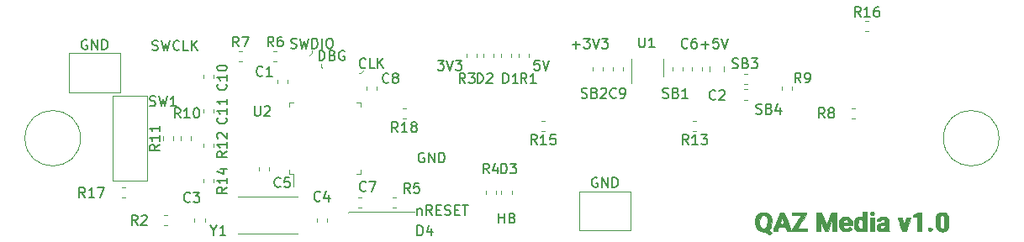
<source format=gbr>
%TF.GenerationSoftware,KiCad,Pcbnew,(5.1.6)-1*%
%TF.CreationDate,2021-06-16T19:52:11-04:00*%
%TF.ProjectId,QAZ_media,51415a5f-6d65-4646-9961-2e6b69636164,rev?*%
%TF.SameCoordinates,Original*%
%TF.FileFunction,Legend,Top*%
%TF.FilePolarity,Positive*%
%FSLAX46Y46*%
G04 Gerber Fmt 4.6, Leading zero omitted, Abs format (unit mm)*
G04 Created by KiCad (PCBNEW (5.1.6)-1) date 2021-06-16 19:52:11*
%MOMM*%
%LPD*%
G01*
G04 APERTURE LIST*
%ADD10C,0.200000*%
%ADD11C,0.120000*%
%ADD12C,0.150000*%
%ADD13C,0.010000*%
G04 APERTURE END LIST*
D10*
X116823809Y-109585714D02*
X116823809Y-110252380D01*
X116823809Y-109680952D02*
X116871428Y-109633333D01*
X116966666Y-109585714D01*
X117109523Y-109585714D01*
X117204761Y-109633333D01*
X117252380Y-109728571D01*
X117252380Y-110252380D01*
X118300000Y-110252380D02*
X117966666Y-109776190D01*
X117728571Y-110252380D02*
X117728571Y-109252380D01*
X118109523Y-109252380D01*
X118204761Y-109300000D01*
X118252380Y-109347619D01*
X118300000Y-109442857D01*
X118300000Y-109585714D01*
X118252380Y-109680952D01*
X118204761Y-109728571D01*
X118109523Y-109776190D01*
X117728571Y-109776190D01*
X118728571Y-109728571D02*
X119061904Y-109728571D01*
X119204761Y-110252380D02*
X118728571Y-110252380D01*
X118728571Y-109252380D01*
X119204761Y-109252380D01*
X119585714Y-110204761D02*
X119728571Y-110252380D01*
X119966666Y-110252380D01*
X120061904Y-110204761D01*
X120109523Y-110157142D01*
X120157142Y-110061904D01*
X120157142Y-109966666D01*
X120109523Y-109871428D01*
X120061904Y-109823809D01*
X119966666Y-109776190D01*
X119776190Y-109728571D01*
X119680952Y-109680952D01*
X119633333Y-109633333D01*
X119585714Y-109538095D01*
X119585714Y-109442857D01*
X119633333Y-109347619D01*
X119680952Y-109300000D01*
X119776190Y-109252380D01*
X120014285Y-109252380D01*
X120157142Y-109300000D01*
X120585714Y-109728571D02*
X120919047Y-109728571D01*
X121061904Y-110252380D02*
X120585714Y-110252380D01*
X120585714Y-109252380D01*
X121061904Y-109252380D01*
X121347619Y-109252380D02*
X121919047Y-109252380D01*
X121633333Y-110252380D02*
X121633333Y-109252380D01*
D11*
X110100000Y-109900000D02*
X116500000Y-109900000D01*
X109850385Y-110033590D02*
G75*
G02*
X110100000Y-109900000I249615J-166410D01*
G01*
D12*
X90138095Y-93604761D02*
X90280952Y-93652380D01*
X90519047Y-93652380D01*
X90614285Y-93604761D01*
X90661904Y-93557142D01*
X90709523Y-93461904D01*
X90709523Y-93366666D01*
X90661904Y-93271428D01*
X90614285Y-93223809D01*
X90519047Y-93176190D01*
X90328571Y-93128571D01*
X90233333Y-93080952D01*
X90185714Y-93033333D01*
X90138095Y-92938095D01*
X90138095Y-92842857D01*
X90185714Y-92747619D01*
X90233333Y-92700000D01*
X90328571Y-92652380D01*
X90566666Y-92652380D01*
X90709523Y-92700000D01*
X91042857Y-92652380D02*
X91280952Y-93652380D01*
X91471428Y-92938095D01*
X91661904Y-93652380D01*
X91900000Y-92652380D01*
X92852380Y-93557142D02*
X92804761Y-93604761D01*
X92661904Y-93652380D01*
X92566666Y-93652380D01*
X92423809Y-93604761D01*
X92328571Y-93509523D01*
X92280952Y-93414285D01*
X92233333Y-93223809D01*
X92233333Y-93080952D01*
X92280952Y-92890476D01*
X92328571Y-92795238D01*
X92423809Y-92700000D01*
X92566666Y-92652380D01*
X92661904Y-92652380D01*
X92804761Y-92700000D01*
X92852380Y-92747619D01*
X93757142Y-93652380D02*
X93280952Y-93652380D01*
X93280952Y-92652380D01*
X94090476Y-93652380D02*
X94090476Y-92652380D01*
X94661904Y-93652380D02*
X94233333Y-93080952D01*
X94661904Y-92652380D02*
X94090476Y-93223809D01*
D11*
X107283774Y-95516227D02*
G75*
G02*
X107200001Y-95000001I316226J316227D01*
G01*
X111379473Y-95726491D02*
G75*
G02*
X111000000Y-96000000I-379473J126491D01*
G01*
X106224265Y-93658579D02*
G75*
G02*
X106000000Y-94200000I-424265J-141421D01*
G01*
D12*
X104080952Y-93404761D02*
X104223809Y-93452380D01*
X104461904Y-93452380D01*
X104557142Y-93404761D01*
X104604761Y-93357142D01*
X104652380Y-93261904D01*
X104652380Y-93166666D01*
X104604761Y-93071428D01*
X104557142Y-93023809D01*
X104461904Y-92976190D01*
X104271428Y-92928571D01*
X104176190Y-92880952D01*
X104128571Y-92833333D01*
X104080952Y-92738095D01*
X104080952Y-92642857D01*
X104128571Y-92547619D01*
X104176190Y-92500000D01*
X104271428Y-92452380D01*
X104509523Y-92452380D01*
X104652380Y-92500000D01*
X104985714Y-92452380D02*
X105223809Y-93452380D01*
X105414285Y-92738095D01*
X105604761Y-93452380D01*
X105842857Y-92452380D01*
X106223809Y-93452380D02*
X106223809Y-92452380D01*
X106461904Y-92452380D01*
X106604761Y-92500000D01*
X106700000Y-92595238D01*
X106747619Y-92690476D01*
X106795238Y-92880952D01*
X106795238Y-93023809D01*
X106747619Y-93214285D01*
X106700000Y-93309523D01*
X106604761Y-93404761D01*
X106461904Y-93452380D01*
X106223809Y-93452380D01*
X107223809Y-93452380D02*
X107223809Y-92452380D01*
X107890476Y-92452380D02*
X108080952Y-92452380D01*
X108176190Y-92500000D01*
X108271428Y-92595238D01*
X108319047Y-92785714D01*
X108319047Y-93119047D01*
X108271428Y-93309523D01*
X108176190Y-93404761D01*
X108080952Y-93452380D01*
X107890476Y-93452380D01*
X107795238Y-93404761D01*
X107700000Y-93309523D01*
X107652380Y-93119047D01*
X107652380Y-92785714D01*
X107700000Y-92595238D01*
X107795238Y-92500000D01*
X107890476Y-92452380D01*
D10*
X106938095Y-94652380D02*
X106938095Y-93652380D01*
X107176190Y-93652380D01*
X107319047Y-93700000D01*
X107414285Y-93795238D01*
X107461904Y-93890476D01*
X107509523Y-94080952D01*
X107509523Y-94223809D01*
X107461904Y-94414285D01*
X107414285Y-94509523D01*
X107319047Y-94604761D01*
X107176190Y-94652380D01*
X106938095Y-94652380D01*
X108271428Y-94128571D02*
X108414285Y-94176190D01*
X108461904Y-94223809D01*
X108509523Y-94319047D01*
X108509523Y-94461904D01*
X108461904Y-94557142D01*
X108414285Y-94604761D01*
X108319047Y-94652380D01*
X107938095Y-94652380D01*
X107938095Y-93652380D01*
X108271428Y-93652380D01*
X108366666Y-93700000D01*
X108414285Y-93747619D01*
X108461904Y-93842857D01*
X108461904Y-93938095D01*
X108414285Y-94033333D01*
X108366666Y-94080952D01*
X108271428Y-94128571D01*
X107938095Y-94128571D01*
X109461904Y-93700000D02*
X109366666Y-93652380D01*
X109223809Y-93652380D01*
X109080952Y-93700000D01*
X108985714Y-93795238D01*
X108938095Y-93890476D01*
X108890476Y-94080952D01*
X108890476Y-94223809D01*
X108938095Y-94414285D01*
X108985714Y-94509523D01*
X109080952Y-94604761D01*
X109223809Y-94652380D01*
X109319047Y-94652380D01*
X109461904Y-94604761D01*
X109509523Y-94557142D01*
X109509523Y-94223809D01*
X109319047Y-94223809D01*
X111604761Y-95357142D02*
X111557142Y-95404761D01*
X111414285Y-95452380D01*
X111319047Y-95452380D01*
X111176190Y-95404761D01*
X111080952Y-95309523D01*
X111033333Y-95214285D01*
X110985714Y-95023809D01*
X110985714Y-94880952D01*
X111033333Y-94690476D01*
X111080952Y-94595238D01*
X111176190Y-94500000D01*
X111319047Y-94452380D01*
X111414285Y-94452380D01*
X111557142Y-94500000D01*
X111604761Y-94547619D01*
X112509523Y-95452380D02*
X112033333Y-95452380D01*
X112033333Y-94452380D01*
X112842857Y-95452380D02*
X112842857Y-94452380D01*
X113414285Y-95452380D02*
X112985714Y-94880952D01*
X113414285Y-94452380D02*
X112842857Y-95023809D01*
X118861904Y-94652380D02*
X119480952Y-94652380D01*
X119147619Y-95033333D01*
X119290476Y-95033333D01*
X119385714Y-95080952D01*
X119433333Y-95128571D01*
X119480952Y-95223809D01*
X119480952Y-95461904D01*
X119433333Y-95557142D01*
X119385714Y-95604761D01*
X119290476Y-95652380D01*
X119004761Y-95652380D01*
X118909523Y-95604761D01*
X118861904Y-95557142D01*
X119766666Y-94652380D02*
X120100000Y-95652380D01*
X120433333Y-94652380D01*
X120671428Y-94652380D02*
X121290476Y-94652380D01*
X120957142Y-95033333D01*
X121100000Y-95033333D01*
X121195238Y-95080952D01*
X121242857Y-95128571D01*
X121290476Y-95223809D01*
X121290476Y-95461904D01*
X121242857Y-95557142D01*
X121195238Y-95604761D01*
X121100000Y-95652380D01*
X120814285Y-95652380D01*
X120719047Y-95604761D01*
X120671428Y-95557142D01*
X129109523Y-94652380D02*
X128633333Y-94652380D01*
X128585714Y-95128571D01*
X128633333Y-95080952D01*
X128728571Y-95033333D01*
X128966666Y-95033333D01*
X129061904Y-95080952D01*
X129109523Y-95128571D01*
X129157142Y-95223809D01*
X129157142Y-95461904D01*
X129109523Y-95557142D01*
X129061904Y-95604761D01*
X128966666Y-95652380D01*
X128728571Y-95652380D01*
X128633333Y-95604761D01*
X128585714Y-95557142D01*
X129442857Y-94652380D02*
X129776190Y-95652380D01*
X130109523Y-94652380D01*
X132438095Y-93071428D02*
X133200000Y-93071428D01*
X132819047Y-93452380D02*
X132819047Y-92690476D01*
X133580952Y-92452380D02*
X134200000Y-92452380D01*
X133866666Y-92833333D01*
X134009523Y-92833333D01*
X134104761Y-92880952D01*
X134152380Y-92928571D01*
X134200000Y-93023809D01*
X134200000Y-93261904D01*
X134152380Y-93357142D01*
X134104761Y-93404761D01*
X134009523Y-93452380D01*
X133723809Y-93452380D01*
X133628571Y-93404761D01*
X133580952Y-93357142D01*
X134485714Y-92452380D02*
X134819047Y-93452380D01*
X135152380Y-92452380D01*
X135390476Y-92452380D02*
X136009523Y-92452380D01*
X135676190Y-92833333D01*
X135819047Y-92833333D01*
X135914285Y-92880952D01*
X135961904Y-92928571D01*
X136009523Y-93023809D01*
X136009523Y-93261904D01*
X135961904Y-93357142D01*
X135914285Y-93404761D01*
X135819047Y-93452380D01*
X135533333Y-93452380D01*
X135438095Y-93404761D01*
X135390476Y-93357142D01*
X125014285Y-111052380D02*
X125014285Y-110052380D01*
X125014285Y-110528571D02*
X125585714Y-110528571D01*
X125585714Y-111052380D02*
X125585714Y-110052380D01*
X126395238Y-110528571D02*
X126538095Y-110576190D01*
X126585714Y-110623809D01*
X126633333Y-110719047D01*
X126633333Y-110861904D01*
X126585714Y-110957142D01*
X126538095Y-111004761D01*
X126442857Y-111052380D01*
X126061904Y-111052380D01*
X126061904Y-110052380D01*
X126395238Y-110052380D01*
X126490476Y-110100000D01*
X126538095Y-110147619D01*
X126585714Y-110242857D01*
X126585714Y-110338095D01*
X126538095Y-110433333D01*
X126490476Y-110480952D01*
X126395238Y-110528571D01*
X126061904Y-110528571D01*
X145414285Y-93071428D02*
X146176190Y-93071428D01*
X145795238Y-93452380D02*
X145795238Y-92690476D01*
X147128571Y-92452380D02*
X146652380Y-92452380D01*
X146604761Y-92928571D01*
X146652380Y-92880952D01*
X146747619Y-92833333D01*
X146985714Y-92833333D01*
X147080952Y-92880952D01*
X147128571Y-92928571D01*
X147176190Y-93023809D01*
X147176190Y-93261904D01*
X147128571Y-93357142D01*
X147080952Y-93404761D01*
X146985714Y-93452380D01*
X146747619Y-93452380D01*
X146652380Y-93404761D01*
X146604761Y-93357142D01*
X147461904Y-92452380D02*
X147795238Y-93452380D01*
X148128571Y-92452380D01*
X83538095Y-92600000D02*
X83442857Y-92552380D01*
X83300000Y-92552380D01*
X83157142Y-92600000D01*
X83061904Y-92695238D01*
X83014285Y-92790476D01*
X82966666Y-92980952D01*
X82966666Y-93123809D01*
X83014285Y-93314285D01*
X83061904Y-93409523D01*
X83157142Y-93504761D01*
X83300000Y-93552380D01*
X83395238Y-93552380D01*
X83538095Y-93504761D01*
X83585714Y-93457142D01*
X83585714Y-93123809D01*
X83395238Y-93123809D01*
X84014285Y-93552380D02*
X84014285Y-92552380D01*
X84585714Y-93552380D01*
X84585714Y-92552380D01*
X85061904Y-93552380D02*
X85061904Y-92552380D01*
X85300000Y-92552380D01*
X85442857Y-92600000D01*
X85538095Y-92695238D01*
X85585714Y-92790476D01*
X85633333Y-92980952D01*
X85633333Y-93123809D01*
X85585714Y-93314285D01*
X85538095Y-93409523D01*
X85442857Y-93504761D01*
X85300000Y-93552380D01*
X85061904Y-93552380D01*
X134938095Y-106500000D02*
X134842857Y-106452380D01*
X134700000Y-106452380D01*
X134557142Y-106500000D01*
X134461904Y-106595238D01*
X134414285Y-106690476D01*
X134366666Y-106880952D01*
X134366666Y-107023809D01*
X134414285Y-107214285D01*
X134461904Y-107309523D01*
X134557142Y-107404761D01*
X134700000Y-107452380D01*
X134795238Y-107452380D01*
X134938095Y-107404761D01*
X134985714Y-107357142D01*
X134985714Y-107023809D01*
X134795238Y-107023809D01*
X135414285Y-107452380D02*
X135414285Y-106452380D01*
X135985714Y-107452380D01*
X135985714Y-106452380D01*
X136461904Y-107452380D02*
X136461904Y-106452380D01*
X136700000Y-106452380D01*
X136842857Y-106500000D01*
X136938095Y-106595238D01*
X136985714Y-106690476D01*
X137033333Y-106880952D01*
X137033333Y-107023809D01*
X136985714Y-107214285D01*
X136938095Y-107309523D01*
X136842857Y-107404761D01*
X136700000Y-107452380D01*
X136461904Y-107452380D01*
X117488095Y-104000000D02*
X117392857Y-103952380D01*
X117250000Y-103952380D01*
X117107142Y-104000000D01*
X117011904Y-104095238D01*
X116964285Y-104190476D01*
X116916666Y-104380952D01*
X116916666Y-104523809D01*
X116964285Y-104714285D01*
X117011904Y-104809523D01*
X117107142Y-104904761D01*
X117250000Y-104952380D01*
X117345238Y-104952380D01*
X117488095Y-104904761D01*
X117535714Y-104857142D01*
X117535714Y-104523809D01*
X117345238Y-104523809D01*
X117964285Y-104952380D02*
X117964285Y-103952380D01*
X118535714Y-104952380D01*
X118535714Y-103952380D01*
X119011904Y-104952380D02*
X119011904Y-103952380D01*
X119250000Y-103952380D01*
X119392857Y-104000000D01*
X119488095Y-104095238D01*
X119535714Y-104190476D01*
X119583333Y-104380952D01*
X119583333Y-104523809D01*
X119535714Y-104714285D01*
X119488095Y-104809523D01*
X119392857Y-104904761D01*
X119250000Y-104952380D01*
X119011904Y-104952380D01*
D13*
%TO.C,G\u002A\u002A\u002A*%
G36*
X162723512Y-109929543D02*
G01*
X162795696Y-109991395D01*
X162812666Y-110080000D01*
X162790025Y-110179414D01*
X162745704Y-110223637D01*
X162614537Y-110248365D01*
X162493470Y-110230530D01*
X162440133Y-110198533D01*
X162390564Y-110102272D01*
X162409569Y-110005894D01*
X162484758Y-109934045D01*
X162584837Y-109910666D01*
X162723512Y-109929543D01*
G37*
X162723512Y-109929543D02*
X162795696Y-109991395D01*
X162812666Y-110080000D01*
X162790025Y-110179414D01*
X162745704Y-110223637D01*
X162614537Y-110248365D01*
X162493470Y-110230530D01*
X162440133Y-110198533D01*
X162390564Y-110102272D01*
X162409569Y-110005894D01*
X162484758Y-109934045D01*
X162584837Y-109910666D01*
X162723512Y-109929543D01*
G36*
X168477422Y-111527776D02*
G01*
X168613827Y-111565706D01*
X168656808Y-111628124D01*
X168663192Y-111711876D01*
X168625000Y-111800958D01*
X168511462Y-111849042D01*
X168470712Y-111849957D01*
X168360776Y-111849094D01*
X168299312Y-111811439D01*
X168267692Y-111755960D01*
X168245341Y-111639136D01*
X168295154Y-111560167D01*
X168410274Y-111526517D01*
X168477422Y-111527776D01*
G37*
X168477422Y-111527776D02*
X168613827Y-111565706D01*
X168656808Y-111628124D01*
X168663192Y-111711876D01*
X168625000Y-111800958D01*
X168511462Y-111849042D01*
X168470712Y-111849957D01*
X168360776Y-111849094D01*
X168299312Y-111811439D01*
X168267692Y-111755960D01*
X168245341Y-111639136D01*
X168295154Y-111560167D01*
X168410274Y-111526517D01*
X168477422Y-111527776D01*
G36*
X167526040Y-109976370D02*
G01*
X167565543Y-110033889D01*
X167587182Y-110140889D01*
X167596103Y-110305772D01*
X167597455Y-110536944D01*
X167596385Y-110842808D01*
X167596333Y-110905500D01*
X167596333Y-111858000D01*
X167173000Y-111858000D01*
X167173000Y-110366458D01*
X167077750Y-110394210D01*
X166966873Y-110421832D01*
X166841783Y-110447528D01*
X166747119Y-110459712D01*
X166712054Y-110434131D01*
X166713177Y-110349681D01*
X166714783Y-110333043D01*
X166725413Y-110264935D01*
X166752148Y-110216065D01*
X166811206Y-110175085D01*
X166918805Y-110130648D01*
X167086418Y-110072996D01*
X167248860Y-110016643D01*
X167372846Y-109976151D01*
X167463523Y-109959925D01*
X167526040Y-109976370D01*
G37*
X167526040Y-109976370D02*
X167565543Y-110033889D01*
X167587182Y-110140889D01*
X167596103Y-110305772D01*
X167597455Y-110536944D01*
X167596385Y-110842808D01*
X167596333Y-110905500D01*
X167596333Y-111858000D01*
X167173000Y-111858000D01*
X167173000Y-110366458D01*
X167077750Y-110394210D01*
X166966873Y-110421832D01*
X166841783Y-110447528D01*
X166747119Y-110459712D01*
X166712054Y-110434131D01*
X166713177Y-110349681D01*
X166714783Y-110333043D01*
X166725413Y-110264935D01*
X166752148Y-110216065D01*
X166811206Y-110175085D01*
X166918805Y-110130648D01*
X167086418Y-110072996D01*
X167248860Y-110016643D01*
X167372846Y-109976151D01*
X167463523Y-109959925D01*
X167526040Y-109976370D01*
G36*
X166427479Y-110468153D02*
G01*
X166483942Y-110491289D01*
X166485748Y-110513916D01*
X166465964Y-110570317D01*
X166423587Y-110691885D01*
X166363778Y-110863797D01*
X166291693Y-111071229D01*
X166242668Y-111212416D01*
X166018564Y-111858000D01*
X165659459Y-111858000D01*
X165421396Y-111184411D01*
X165342731Y-110960427D01*
X165275031Y-110764977D01*
X165222942Y-110611699D01*
X165191113Y-110514232D01*
X165183333Y-110485911D01*
X165221429Y-110471696D01*
X165318830Y-110462677D01*
X165395000Y-110461000D01*
X165525515Y-110469653D01*
X165597827Y-110493000D01*
X165606666Y-110507794D01*
X165618391Y-110567136D01*
X165649732Y-110685975D01*
X165694941Y-110843031D01*
X165717297Y-110917292D01*
X165769437Y-111083159D01*
X165809118Y-111181275D01*
X165843186Y-111208944D01*
X165878487Y-111163473D01*
X165921866Y-111042166D01*
X165980170Y-110842330D01*
X165989257Y-110810250D01*
X166088124Y-110461000D01*
X166296424Y-110461000D01*
X166427479Y-110468153D01*
G37*
X166427479Y-110468153D02*
X166483942Y-110491289D01*
X166485748Y-110513916D01*
X166465964Y-110570317D01*
X166423587Y-110691885D01*
X166363778Y-110863797D01*
X166291693Y-111071229D01*
X166242668Y-111212416D01*
X166018564Y-111858000D01*
X165659459Y-111858000D01*
X165421396Y-111184411D01*
X165342731Y-110960427D01*
X165275031Y-110764977D01*
X165222942Y-110611699D01*
X165191113Y-110514232D01*
X165183333Y-110485911D01*
X165221429Y-110471696D01*
X165318830Y-110462677D01*
X165395000Y-110461000D01*
X165525515Y-110469653D01*
X165597827Y-110493000D01*
X165606666Y-110507794D01*
X165618391Y-110567136D01*
X165649732Y-110685975D01*
X165694941Y-110843031D01*
X165717297Y-110917292D01*
X165769437Y-111083159D01*
X165809118Y-111181275D01*
X165843186Y-111208944D01*
X165878487Y-111163473D01*
X165921866Y-111042166D01*
X165980170Y-110842330D01*
X165989257Y-110810250D01*
X166088124Y-110461000D01*
X166296424Y-110461000D01*
X166427479Y-110468153D01*
G36*
X162812666Y-111858000D02*
G01*
X162389333Y-111858000D01*
X162389333Y-110461000D01*
X162812666Y-110461000D01*
X162812666Y-111858000D01*
G37*
X162812666Y-111858000D02*
X162389333Y-111858000D01*
X162389333Y-110461000D01*
X162812666Y-110461000D01*
X162812666Y-111858000D01*
G36*
X157756334Y-110610438D02*
G01*
X157843330Y-110836375D01*
X157919243Y-111018891D01*
X157979504Y-111147938D01*
X158019541Y-111213468D01*
X158032444Y-111217426D01*
X158057438Y-111161690D01*
X158105603Y-111041610D01*
X158171032Y-110872362D01*
X158247816Y-110669118D01*
X158288435Y-110559988D01*
X158513247Y-109953000D01*
X159045000Y-109953000D01*
X159045000Y-111858000D01*
X158621666Y-111858000D01*
X158619703Y-111275916D01*
X158617739Y-110693833D01*
X158397453Y-111277279D01*
X158177166Y-111860726D01*
X158009521Y-111848779D01*
X157841875Y-111836833D01*
X157628521Y-111272430D01*
X157415166Y-110708027D01*
X157403388Y-111283013D01*
X157391610Y-111858000D01*
X157013000Y-111858000D01*
X157013000Y-109953000D01*
X157511403Y-109953000D01*
X157756334Y-110610438D01*
G37*
X157756334Y-110610438D02*
X157843330Y-110836375D01*
X157919243Y-111018891D01*
X157979504Y-111147938D01*
X158019541Y-111213468D01*
X158032444Y-111217426D01*
X158057438Y-111161690D01*
X158105603Y-111041610D01*
X158171032Y-110872362D01*
X158247816Y-110669118D01*
X158288435Y-110559988D01*
X158513247Y-109953000D01*
X159045000Y-109953000D01*
X159045000Y-111858000D01*
X158621666Y-111858000D01*
X158619703Y-111275916D01*
X158617739Y-110693833D01*
X158397453Y-111277279D01*
X158177166Y-111860726D01*
X158009521Y-111848779D01*
X157841875Y-111836833D01*
X157628521Y-111272430D01*
X157415166Y-110708027D01*
X157403388Y-111283013D01*
X157391610Y-111858000D01*
X157013000Y-111858000D01*
X157013000Y-109953000D01*
X157511403Y-109953000D01*
X157756334Y-110610438D01*
G36*
X155997000Y-110061723D02*
G01*
X155971606Y-110141467D01*
X155897733Y-110282164D01*
X155778846Y-110477905D01*
X155618408Y-110722781D01*
X155552858Y-110819326D01*
X155410370Y-111029051D01*
X155283968Y-111218037D01*
X155181759Y-111373929D01*
X155111846Y-111484370D01*
X155082662Y-111536103D01*
X155080207Y-111565302D01*
X155108115Y-111584794D01*
X155179370Y-111596473D01*
X155306954Y-111602233D01*
X155503850Y-111603968D01*
X155547970Y-111604000D01*
X156039333Y-111604000D01*
X156039333Y-111858000D01*
X154557666Y-111858000D01*
X154557666Y-111731193D01*
X154573875Y-111658674D01*
X154625328Y-111548152D01*
X154716267Y-111392333D01*
X154850933Y-111183923D01*
X155023333Y-110930434D01*
X155167470Y-110720605D01*
X155293468Y-110534852D01*
X155393941Y-110384253D01*
X155461504Y-110279890D01*
X155488773Y-110232842D01*
X155489000Y-110231740D01*
X155449517Y-110221798D01*
X155342460Y-110213764D01*
X155184916Y-110208544D01*
X155023333Y-110207000D01*
X154557666Y-110207000D01*
X154557666Y-109953000D01*
X155997000Y-109953000D01*
X155997000Y-110061723D01*
G37*
X155997000Y-110061723D02*
X155971606Y-110141467D01*
X155897733Y-110282164D01*
X155778846Y-110477905D01*
X155618408Y-110722781D01*
X155552858Y-110819326D01*
X155410370Y-111029051D01*
X155283968Y-111218037D01*
X155181759Y-111373929D01*
X155111846Y-111484370D01*
X155082662Y-111536103D01*
X155080207Y-111565302D01*
X155108115Y-111584794D01*
X155179370Y-111596473D01*
X155306954Y-111602233D01*
X155503850Y-111603968D01*
X155547970Y-111604000D01*
X156039333Y-111604000D01*
X156039333Y-111858000D01*
X154557666Y-111858000D01*
X154557666Y-111731193D01*
X154573875Y-111658674D01*
X154625328Y-111548152D01*
X154716267Y-111392333D01*
X154850933Y-111183923D01*
X155023333Y-110930434D01*
X155167470Y-110720605D01*
X155293468Y-110534852D01*
X155393941Y-110384253D01*
X155461504Y-110279890D01*
X155488773Y-110232842D01*
X155489000Y-110231740D01*
X155449517Y-110221798D01*
X155342460Y-110213764D01*
X155184916Y-110208544D01*
X155023333Y-110207000D01*
X154557666Y-110207000D01*
X154557666Y-109953000D01*
X155997000Y-109953000D01*
X155997000Y-110061723D01*
G36*
X154084742Y-110877679D02*
G01*
X154182758Y-111140828D01*
X154269994Y-111377227D01*
X154342302Y-111575453D01*
X154395532Y-111724084D01*
X154425537Y-111811697D01*
X154430666Y-111830179D01*
X154392644Y-111846277D01*
X154295744Y-111856322D01*
X154225875Y-111858000D01*
X154021085Y-111858000D01*
X153941942Y-111625166D01*
X153862800Y-111392333D01*
X153218462Y-111392333D01*
X153145067Y-111625166D01*
X153071673Y-111858000D01*
X152859066Y-111858000D01*
X152724402Y-111850612D01*
X152664285Y-111826832D01*
X152660145Y-111804164D01*
X152678479Y-111750414D01*
X152722302Y-111629502D01*
X152787167Y-111453461D01*
X152868628Y-111234326D01*
X152916424Y-111106583D01*
X153329991Y-111106583D01*
X153368085Y-111124698D01*
X153465472Y-111136193D01*
X153541666Y-111138333D01*
X153662532Y-111132617D01*
X153739364Y-111118004D01*
X153753761Y-111106583D01*
X153740599Y-111045050D01*
X153706462Y-110937747D01*
X153660610Y-110809434D01*
X153612300Y-110684874D01*
X153570791Y-110588829D01*
X153545340Y-110546060D01*
X153544042Y-110545666D01*
X153520494Y-110581709D01*
X153479553Y-110673391D01*
X153430633Y-110796038D01*
X153383149Y-110924981D01*
X153346516Y-111035545D01*
X153330150Y-111103061D01*
X153329991Y-111106583D01*
X152916424Y-111106583D01*
X152962240Y-110984134D01*
X153012020Y-110851664D01*
X153350207Y-109953000D01*
X153738819Y-109953000D01*
X154084742Y-110877679D01*
G37*
X154084742Y-110877679D02*
X154182758Y-111140828D01*
X154269994Y-111377227D01*
X154342302Y-111575453D01*
X154395532Y-111724084D01*
X154425537Y-111811697D01*
X154430666Y-111830179D01*
X154392644Y-111846277D01*
X154295744Y-111856322D01*
X154225875Y-111858000D01*
X154021085Y-111858000D01*
X153941942Y-111625166D01*
X153862800Y-111392333D01*
X153218462Y-111392333D01*
X153145067Y-111625166D01*
X153071673Y-111858000D01*
X152859066Y-111858000D01*
X152724402Y-111850612D01*
X152664285Y-111826832D01*
X152660145Y-111804164D01*
X152678479Y-111750414D01*
X152722302Y-111629502D01*
X152787167Y-111453461D01*
X152868628Y-111234326D01*
X152916424Y-111106583D01*
X153329991Y-111106583D01*
X153368085Y-111124698D01*
X153465472Y-111136193D01*
X153541666Y-111138333D01*
X153662532Y-111132617D01*
X153739364Y-111118004D01*
X153753761Y-111106583D01*
X153740599Y-111045050D01*
X153706462Y-110937747D01*
X153660610Y-110809434D01*
X153612300Y-110684874D01*
X153570791Y-110588829D01*
X153545340Y-110546060D01*
X153544042Y-110545666D01*
X153520494Y-110581709D01*
X153479553Y-110673391D01*
X153430633Y-110796038D01*
X153383149Y-110924981D01*
X153346516Y-111035545D01*
X153330150Y-111103061D01*
X153329991Y-111106583D01*
X152916424Y-111106583D01*
X152962240Y-110984134D01*
X153012020Y-110851664D01*
X153350207Y-109953000D01*
X153738819Y-109953000D01*
X154084742Y-110877679D01*
G36*
X169908259Y-109975412D02*
G01*
X170006436Y-110014483D01*
X170043630Y-110036339D01*
X170153515Y-110124093D01*
X170232147Y-110237424D01*
X170283919Y-110390239D01*
X170313225Y-110596446D01*
X170324457Y-110869953D01*
X170324896Y-110926666D01*
X170323481Y-111150908D01*
X170315363Y-111311035D01*
X170297873Y-111427502D01*
X170268341Y-111520764D01*
X170239261Y-111582833D01*
X170106483Y-111753087D01*
X169920353Y-111860170D01*
X169688123Y-111900033D01*
X169670666Y-111900201D01*
X169514001Y-111882771D01*
X169364267Y-111839549D01*
X169334905Y-111826184D01*
X169195917Y-111720595D01*
X169096822Y-111561155D01*
X169033609Y-111338860D01*
X169004488Y-111084246D01*
X169003213Y-110744202D01*
X169016575Y-110648481D01*
X169418985Y-110648481D01*
X169420850Y-110831548D01*
X169424006Y-110961500D01*
X169430834Y-111181639D01*
X169439619Y-111333320D01*
X169453416Y-111432744D01*
X169475273Y-111496113D01*
X169508245Y-111539629D01*
X169537773Y-111565501D01*
X169629016Y-111629936D01*
X169696996Y-111636198D01*
X169779955Y-111584272D01*
X169803560Y-111565406D01*
X169844473Y-111528047D01*
X169872371Y-111483657D01*
X169889739Y-111416563D01*
X169899060Y-111311092D01*
X169902818Y-111151570D01*
X169903500Y-110934851D01*
X169902107Y-110703985D01*
X169896598Y-110541957D01*
X169884980Y-110432968D01*
X169865255Y-110361216D01*
X169835431Y-110310900D01*
X169822855Y-110296111D01*
X169716481Y-110219028D01*
X169611372Y-110226139D01*
X169505159Y-110317639D01*
X169501162Y-110322665D01*
X169462999Y-110377704D01*
X169437973Y-110438835D01*
X169423997Y-110523336D01*
X169418985Y-110648481D01*
X169016575Y-110648481D01*
X169043388Y-110456421D01*
X169123195Y-110229785D01*
X169203769Y-110109908D01*
X169275918Y-110038109D01*
X169349784Y-109996313D01*
X169453043Y-109974578D01*
X169612790Y-109962993D01*
X169787159Y-109959971D01*
X169908259Y-109975412D01*
G37*
X169908259Y-109975412D02*
X170006436Y-110014483D01*
X170043630Y-110036339D01*
X170153515Y-110124093D01*
X170232147Y-110237424D01*
X170283919Y-110390239D01*
X170313225Y-110596446D01*
X170324457Y-110869953D01*
X170324896Y-110926666D01*
X170323481Y-111150908D01*
X170315363Y-111311035D01*
X170297873Y-111427502D01*
X170268341Y-111520764D01*
X170239261Y-111582833D01*
X170106483Y-111753087D01*
X169920353Y-111860170D01*
X169688123Y-111900033D01*
X169670666Y-111900201D01*
X169514001Y-111882771D01*
X169364267Y-111839549D01*
X169334905Y-111826184D01*
X169195917Y-111720595D01*
X169096822Y-111561155D01*
X169033609Y-111338860D01*
X169004488Y-111084246D01*
X169003213Y-110744202D01*
X169016575Y-110648481D01*
X169418985Y-110648481D01*
X169420850Y-110831548D01*
X169424006Y-110961500D01*
X169430834Y-111181639D01*
X169439619Y-111333320D01*
X169453416Y-111432744D01*
X169475273Y-111496113D01*
X169508245Y-111539629D01*
X169537773Y-111565501D01*
X169629016Y-111629936D01*
X169696996Y-111636198D01*
X169779955Y-111584272D01*
X169803560Y-111565406D01*
X169844473Y-111528047D01*
X169872371Y-111483657D01*
X169889739Y-111416563D01*
X169899060Y-111311092D01*
X169902818Y-111151570D01*
X169903500Y-110934851D01*
X169902107Y-110703985D01*
X169896598Y-110541957D01*
X169884980Y-110432968D01*
X169865255Y-110361216D01*
X169835431Y-110310900D01*
X169822855Y-110296111D01*
X169716481Y-110219028D01*
X169611372Y-110226139D01*
X169505159Y-110317639D01*
X169501162Y-110322665D01*
X169462999Y-110377704D01*
X169437973Y-110438835D01*
X169423997Y-110523336D01*
X169418985Y-110648481D01*
X169016575Y-110648481D01*
X169043388Y-110456421D01*
X169123195Y-110229785D01*
X169203769Y-110109908D01*
X169275918Y-110038109D01*
X169349784Y-109996313D01*
X169453043Y-109974578D01*
X169612790Y-109962993D01*
X169787159Y-109959971D01*
X169908259Y-109975412D01*
G36*
X163878397Y-110441545D02*
G01*
X163988121Y-110451443D01*
X164060995Y-110476665D01*
X164120927Y-110524352D01*
X164170805Y-110578084D01*
X164224439Y-110641523D01*
X164259779Y-110701112D01*
X164280665Y-110775848D01*
X164290940Y-110884727D01*
X164294443Y-111046745D01*
X164294911Y-111191917D01*
X164297419Y-111393780D01*
X164303764Y-111572287D01*
X164312924Y-111705582D01*
X164321648Y-111765170D01*
X164331142Y-111819593D01*
X164310400Y-111848765D01*
X164241550Y-111860502D01*
X164106722Y-111862620D01*
X164098820Y-111862614D01*
X163907634Y-111866160D01*
X163704389Y-111875420D01*
X163617000Y-111881511D01*
X163415447Y-111880777D01*
X163272793Y-111838374D01*
X163268814Y-111836189D01*
X163139311Y-111729386D01*
X163076390Y-111582922D01*
X163066666Y-111468035D01*
X163075805Y-111423150D01*
X163447666Y-111423150D01*
X163476945Y-111510196D01*
X163544955Y-111595361D01*
X163621961Y-111643961D01*
X163639018Y-111646333D01*
X163705371Y-111621948D01*
X163796345Y-111562830D01*
X163801790Y-111558594D01*
X163895182Y-111441745D01*
X163913333Y-111346927D01*
X163903847Y-111261696D01*
X163857912Y-111228233D01*
X163774586Y-111223000D01*
X163636651Y-111246322D01*
X163521690Y-111305921D01*
X163455102Y-111386247D01*
X163447666Y-111423150D01*
X163075805Y-111423150D01*
X163103557Y-111286854D01*
X163210407Y-111147854D01*
X163381480Y-111055287D01*
X163611041Y-111013401D01*
X163682987Y-111011333D01*
X163922511Y-111011333D01*
X163893352Y-110895153D01*
X163856311Y-110789576D01*
X163820079Y-110725820D01*
X163732684Y-110677925D01*
X163624090Y-110684509D01*
X163534116Y-110741353D01*
X163522508Y-110757333D01*
X163463640Y-110813639D01*
X163363382Y-110838518D01*
X163272113Y-110842000D01*
X163152776Y-110837800D01*
X163098997Y-110819453D01*
X163091849Y-110778334D01*
X163095620Y-110761589D01*
X163138816Y-110681458D01*
X163219561Y-110583569D01*
X163242604Y-110560506D01*
X163312540Y-110499792D01*
X163381787Y-110463753D01*
X163474886Y-110446023D01*
X163616380Y-110440237D01*
X163707918Y-110439833D01*
X163878397Y-110441545D01*
G37*
X163878397Y-110441545D02*
X163988121Y-110451443D01*
X164060995Y-110476665D01*
X164120927Y-110524352D01*
X164170805Y-110578084D01*
X164224439Y-110641523D01*
X164259779Y-110701112D01*
X164280665Y-110775848D01*
X164290940Y-110884727D01*
X164294443Y-111046745D01*
X164294911Y-111191917D01*
X164297419Y-111393780D01*
X164303764Y-111572287D01*
X164312924Y-111705582D01*
X164321648Y-111765170D01*
X164331142Y-111819593D01*
X164310400Y-111848765D01*
X164241550Y-111860502D01*
X164106722Y-111862620D01*
X164098820Y-111862614D01*
X163907634Y-111866160D01*
X163704389Y-111875420D01*
X163617000Y-111881511D01*
X163415447Y-111880777D01*
X163272793Y-111838374D01*
X163268814Y-111836189D01*
X163139311Y-111729386D01*
X163076390Y-111582922D01*
X163066666Y-111468035D01*
X163075805Y-111423150D01*
X163447666Y-111423150D01*
X163476945Y-111510196D01*
X163544955Y-111595361D01*
X163621961Y-111643961D01*
X163639018Y-111646333D01*
X163705371Y-111621948D01*
X163796345Y-111562830D01*
X163801790Y-111558594D01*
X163895182Y-111441745D01*
X163913333Y-111346927D01*
X163903847Y-111261696D01*
X163857912Y-111228233D01*
X163774586Y-111223000D01*
X163636651Y-111246322D01*
X163521690Y-111305921D01*
X163455102Y-111386247D01*
X163447666Y-111423150D01*
X163075805Y-111423150D01*
X163103557Y-111286854D01*
X163210407Y-111147854D01*
X163381480Y-111055287D01*
X163611041Y-111013401D01*
X163682987Y-111011333D01*
X163922511Y-111011333D01*
X163893352Y-110895153D01*
X163856311Y-110789576D01*
X163820079Y-110725820D01*
X163732684Y-110677925D01*
X163624090Y-110684509D01*
X163534116Y-110741353D01*
X163522508Y-110757333D01*
X163463640Y-110813639D01*
X163363382Y-110838518D01*
X163272113Y-110842000D01*
X163152776Y-110837800D01*
X163098997Y-110819453D01*
X163091849Y-110778334D01*
X163095620Y-110761589D01*
X163138816Y-110681458D01*
X163219561Y-110583569D01*
X163242604Y-110560506D01*
X163312540Y-110499792D01*
X163381787Y-110463753D01*
X163474886Y-110446023D01*
X163616380Y-110440237D01*
X163707918Y-110439833D01*
X163878397Y-110441545D01*
G36*
X162093000Y-111862350D02*
G01*
X161870750Y-111859861D01*
X161688829Y-111862902D01*
X161489658Y-111873477D01*
X161415666Y-111879589D01*
X161228909Y-111883397D01*
X161094635Y-111850482D01*
X161066649Y-111836340D01*
X160920539Y-111706194D01*
X160826988Y-111511087D01*
X160786757Y-111253030D01*
X160787048Y-111104346D01*
X161167987Y-111104346D01*
X161178085Y-111280828D01*
X161226555Y-111439139D01*
X161308029Y-111549686D01*
X161399581Y-111621804D01*
X161463702Y-111639992D01*
X161534753Y-111608198D01*
X161575580Y-111580432D01*
X161622072Y-111539525D01*
X161650194Y-111483432D01*
X161664445Y-111391949D01*
X161669327Y-111244875D01*
X161669666Y-111158075D01*
X161667923Y-110982357D01*
X161659260Y-110870839D01*
X161638526Y-110803074D01*
X161600567Y-110758615D01*
X161562099Y-110731137D01*
X161461576Y-110685331D01*
X161367862Y-110700411D01*
X161354649Y-110706166D01*
X161257597Y-110792986D01*
X161194933Y-110933722D01*
X161167987Y-111104346D01*
X160787048Y-111104346D01*
X160787063Y-111096766D01*
X160799677Y-110917054D01*
X160823024Y-110793357D01*
X160864992Y-110697071D01*
X160919056Y-110618219D01*
X161055249Y-110491594D01*
X161228590Y-110428402D01*
X161451626Y-110424613D01*
X161503014Y-110430590D01*
X161669666Y-110452943D01*
X161669666Y-109868333D01*
X162093000Y-109868333D01*
X162093000Y-111862350D01*
G37*
X162093000Y-111862350D02*
X161870750Y-111859861D01*
X161688829Y-111862902D01*
X161489658Y-111873477D01*
X161415666Y-111879589D01*
X161228909Y-111883397D01*
X161094635Y-111850482D01*
X161066649Y-111836340D01*
X160920539Y-111706194D01*
X160826988Y-111511087D01*
X160786757Y-111253030D01*
X160787048Y-111104346D01*
X161167987Y-111104346D01*
X161178085Y-111280828D01*
X161226555Y-111439139D01*
X161308029Y-111549686D01*
X161399581Y-111621804D01*
X161463702Y-111639992D01*
X161534753Y-111608198D01*
X161575580Y-111580432D01*
X161622072Y-111539525D01*
X161650194Y-111483432D01*
X161664445Y-111391949D01*
X161669327Y-111244875D01*
X161669666Y-111158075D01*
X161667923Y-110982357D01*
X161659260Y-110870839D01*
X161638526Y-110803074D01*
X161600567Y-110758615D01*
X161562099Y-110731137D01*
X161461576Y-110685331D01*
X161367862Y-110700411D01*
X161354649Y-110706166D01*
X161257597Y-110792986D01*
X161194933Y-110933722D01*
X161167987Y-111104346D01*
X160787048Y-111104346D01*
X160787063Y-111096766D01*
X160799677Y-110917054D01*
X160823024Y-110793357D01*
X160864992Y-110697071D01*
X160919056Y-110618219D01*
X161055249Y-110491594D01*
X161228590Y-110428402D01*
X161451626Y-110424613D01*
X161503014Y-110430590D01*
X161669666Y-110452943D01*
X161669666Y-109868333D01*
X162093000Y-109868333D01*
X162093000Y-111862350D01*
G36*
X160206537Y-110453660D02*
G01*
X160395710Y-110554792D01*
X160528869Y-110716288D01*
X160600352Y-110932375D01*
X160611333Y-111075690D01*
X160611333Y-111223000D01*
X160169331Y-111223000D01*
X159984061Y-111226708D01*
X159831820Y-111236726D01*
X159731513Y-111251391D01*
X159701935Y-111264090D01*
X159700308Y-111337082D01*
X159746183Y-111436207D01*
X159821675Y-111533809D01*
X159908900Y-111602234D01*
X159925444Y-111609700D01*
X160014179Y-111630023D01*
X160108114Y-111611547D01*
X160222052Y-111558444D01*
X160404272Y-111462791D01*
X160493735Y-111552253D01*
X160551913Y-111626122D01*
X160546831Y-111682805D01*
X160531818Y-111703625D01*
X160398715Y-111805380D01*
X160214023Y-111870968D01*
X160004326Y-111896743D01*
X159796207Y-111879058D01*
X159638510Y-111826184D01*
X159466186Y-111703093D01*
X159356459Y-111534142D01*
X159304692Y-111310574D01*
X159299065Y-111184989D01*
X159317066Y-111011333D01*
X159684404Y-111011333D01*
X159951498Y-111011333D01*
X160096250Y-111009799D01*
X160174257Y-110999942D01*
X160203436Y-110973876D01*
X160201709Y-110923715D01*
X160197867Y-110902919D01*
X160140582Y-110775419D01*
X160043478Y-110706324D01*
X159929023Y-110696684D01*
X159819680Y-110747551D01*
X159737914Y-110859977D01*
X159729834Y-110881011D01*
X159684404Y-111011333D01*
X159317066Y-111011333D01*
X159327946Y-110906385D01*
X159413664Y-110689157D01*
X159555048Y-110534648D01*
X159750927Y-110444201D01*
X159967013Y-110418666D01*
X160206537Y-110453660D01*
G37*
X160206537Y-110453660D02*
X160395710Y-110554792D01*
X160528869Y-110716288D01*
X160600352Y-110932375D01*
X160611333Y-111075690D01*
X160611333Y-111223000D01*
X160169331Y-111223000D01*
X159984061Y-111226708D01*
X159831820Y-111236726D01*
X159731513Y-111251391D01*
X159701935Y-111264090D01*
X159700308Y-111337082D01*
X159746183Y-111436207D01*
X159821675Y-111533809D01*
X159908900Y-111602234D01*
X159925444Y-111609700D01*
X160014179Y-111630023D01*
X160108114Y-111611547D01*
X160222052Y-111558444D01*
X160404272Y-111462791D01*
X160493735Y-111552253D01*
X160551913Y-111626122D01*
X160546831Y-111682805D01*
X160531818Y-111703625D01*
X160398715Y-111805380D01*
X160214023Y-111870968D01*
X160004326Y-111896743D01*
X159796207Y-111879058D01*
X159638510Y-111826184D01*
X159466186Y-111703093D01*
X159356459Y-111534142D01*
X159304692Y-111310574D01*
X159299065Y-111184989D01*
X159317066Y-111011333D01*
X159684404Y-111011333D01*
X159951498Y-111011333D01*
X160096250Y-111009799D01*
X160174257Y-110999942D01*
X160203436Y-110973876D01*
X160201709Y-110923715D01*
X160197867Y-110902919D01*
X160140582Y-110775419D01*
X160043478Y-110706324D01*
X159929023Y-110696684D01*
X159819680Y-110747551D01*
X159737914Y-110859977D01*
X159729834Y-110881011D01*
X159684404Y-111011333D01*
X159317066Y-111011333D01*
X159327946Y-110906385D01*
X159413664Y-110689157D01*
X159555048Y-110534648D01*
X159750927Y-110444201D01*
X159967013Y-110418666D01*
X160206537Y-110453660D01*
G36*
X151924409Y-109981752D02*
G01*
X152142987Y-110069483D01*
X152305860Y-110218404D01*
X152414942Y-110430727D01*
X152472144Y-110708663D01*
X152482403Y-110917443D01*
X152465741Y-111209433D01*
X152411437Y-111437375D01*
X152315627Y-111614858D01*
X152268097Y-111671299D01*
X152183901Y-111760921D01*
X152336737Y-111877494D01*
X152489572Y-111994068D01*
X152394407Y-112095367D01*
X152318253Y-112165484D01*
X152249825Y-112188361D01*
X152167442Y-112161388D01*
X152049421Y-112081954D01*
X152005127Y-112048500D01*
X151859024Y-111951945D01*
X151731257Y-111907671D01*
X151637846Y-111900333D01*
X151392013Y-111862505D01*
X151184085Y-111754324D01*
X151019778Y-111583747D01*
X150904808Y-111358731D01*
X150844890Y-111087232D01*
X150844404Y-110926666D01*
X151255666Y-110926666D01*
X151273131Y-111170145D01*
X151329750Y-111356127D01*
X151431863Y-111505164D01*
X151435199Y-111508750D01*
X151560336Y-111585611D01*
X151714967Y-111601282D01*
X151850678Y-111560411D01*
X151965534Y-111451118D01*
X152039709Y-111268708D01*
X152072707Y-111014590D01*
X152074504Y-110926666D01*
X152054939Y-110654422D01*
X151994897Y-110454408D01*
X151892358Y-110323424D01*
X151745302Y-110258270D01*
X151646829Y-110249333D01*
X151501138Y-110288424D01*
X151384830Y-110399874D01*
X151302947Y-110574951D01*
X151260534Y-110804922D01*
X151255666Y-110926666D01*
X150844404Y-110926666D01*
X150844005Y-110795258D01*
X150901767Y-110498799D01*
X151014121Y-110263531D01*
X151178379Y-110092267D01*
X151391857Y-109987821D01*
X151648213Y-109953000D01*
X151924409Y-109981752D01*
G37*
X151924409Y-109981752D02*
X152142987Y-110069483D01*
X152305860Y-110218404D01*
X152414942Y-110430727D01*
X152472144Y-110708663D01*
X152482403Y-110917443D01*
X152465741Y-111209433D01*
X152411437Y-111437375D01*
X152315627Y-111614858D01*
X152268097Y-111671299D01*
X152183901Y-111760921D01*
X152336737Y-111877494D01*
X152489572Y-111994068D01*
X152394407Y-112095367D01*
X152318253Y-112165484D01*
X152249825Y-112188361D01*
X152167442Y-112161388D01*
X152049421Y-112081954D01*
X152005127Y-112048500D01*
X151859024Y-111951945D01*
X151731257Y-111907671D01*
X151637846Y-111900333D01*
X151392013Y-111862505D01*
X151184085Y-111754324D01*
X151019778Y-111583747D01*
X150904808Y-111358731D01*
X150844890Y-111087232D01*
X150844404Y-110926666D01*
X151255666Y-110926666D01*
X151273131Y-111170145D01*
X151329750Y-111356127D01*
X151431863Y-111505164D01*
X151435199Y-111508750D01*
X151560336Y-111585611D01*
X151714967Y-111601282D01*
X151850678Y-111560411D01*
X151965534Y-111451118D01*
X152039709Y-111268708D01*
X152072707Y-111014590D01*
X152074504Y-110926666D01*
X152054939Y-110654422D01*
X151994897Y-110454408D01*
X151892358Y-110323424D01*
X151745302Y-110258270D01*
X151646829Y-110249333D01*
X151501138Y-110288424D01*
X151384830Y-110399874D01*
X151302947Y-110574951D01*
X151260534Y-110804922D01*
X151255666Y-110926666D01*
X150844404Y-110926666D01*
X150844005Y-110795258D01*
X150901767Y-110498799D01*
X151014121Y-110263531D01*
X151178379Y-110092267D01*
X151391857Y-109987821D01*
X151648213Y-109953000D01*
X151924409Y-109981752D01*
D11*
%TO.C,H2*%
X82894000Y-102500000D02*
G75*
G03*
X82894000Y-102500000I-2794000J0D01*
G01*
%TO.C,H1*%
X175394000Y-102500000D02*
G75*
G03*
X175394000Y-102500000I-2794000J0D01*
G01*
%TO.C,SB2*%
X134490000Y-95328733D02*
X134490000Y-95671267D01*
X135510000Y-95328733D02*
X135510000Y-95671267D01*
%TO.C,Y1*%
X104750000Y-108390000D02*
X98750000Y-108390000D01*
X104750000Y-112110000D02*
X98750000Y-112110000D01*
%TO.C,U2*%
X111110000Y-99340000D02*
X111110000Y-98890000D01*
X111110000Y-98890000D02*
X110660000Y-98890000D01*
X111110000Y-105660000D02*
X111110000Y-106110000D01*
X111110000Y-106110000D02*
X110660000Y-106110000D01*
X103890000Y-99340000D02*
X103890000Y-98890000D01*
X103890000Y-98890000D02*
X104340000Y-98890000D01*
X103890000Y-105660000D02*
X103890000Y-106110000D01*
X103890000Y-106110000D02*
X104340000Y-106110000D01*
X104340000Y-106110000D02*
X104340000Y-107400000D01*
%TO.C,U1*%
X138390000Y-94500000D02*
X138390000Y-96950000D01*
X141610000Y-96300000D02*
X141610000Y-94500000D01*
%TO.C,TP3*%
X81700000Y-97850000D02*
X86900000Y-97850000D01*
X86900000Y-93950000D02*
X86900000Y-97850000D01*
X81700000Y-97850000D02*
X81700000Y-93950000D01*
X86900000Y-93950000D02*
X81700000Y-93950000D01*
%TO.C,TP2*%
X133100000Y-111750000D02*
X138300000Y-111750000D01*
X138300000Y-107850000D02*
X138300000Y-111750000D01*
X133100000Y-111750000D02*
X133100000Y-107850000D01*
X138300000Y-107850000D02*
X133100000Y-107850000D01*
%TO.C,SW1*%
X89600000Y-98250000D02*
X89600000Y-106750000D01*
X86100000Y-98250000D02*
X89600000Y-98250000D01*
X86100000Y-106750000D02*
X86100000Y-98250000D01*
X89600000Y-106750000D02*
X86100000Y-106750000D01*
%TO.C,SB4*%
X150071267Y-97590000D02*
X149728733Y-97590000D01*
X150071267Y-98610000D02*
X149728733Y-98610000D01*
%TO.C,SB3*%
X150071267Y-95990000D02*
X149728733Y-95990000D01*
X150071267Y-97010000D02*
X149728733Y-97010000D01*
%TO.C,SB1*%
X142490000Y-95328733D02*
X142490000Y-95671267D01*
X143510000Y-95328733D02*
X143510000Y-95671267D01*
%TO.C,R18*%
X115671267Y-99490000D02*
X115328733Y-99490000D01*
X115671267Y-100510000D02*
X115328733Y-100510000D01*
%TO.C,R17*%
X87371267Y-107490000D02*
X87028733Y-107490000D01*
X87371267Y-108510000D02*
X87028733Y-108510000D01*
%TO.C,R16*%
X161928733Y-91710000D02*
X162271267Y-91710000D01*
X161928733Y-90690000D02*
X162271267Y-90690000D01*
%TO.C,R15*%
X129671267Y-100740000D02*
X129328733Y-100740000D01*
X129671267Y-101760000D02*
X129328733Y-101760000D01*
%TO.C,R14*%
X96260000Y-106921267D02*
X96260000Y-106578733D01*
X95240000Y-106921267D02*
X95240000Y-106578733D01*
%TO.C,R13*%
X144921267Y-100740000D02*
X144578733Y-100740000D01*
X144921267Y-101760000D02*
X144578733Y-101760000D01*
%TO.C,R12*%
X95240000Y-103078733D02*
X95240000Y-103421267D01*
X96260000Y-103078733D02*
X96260000Y-103421267D01*
%TO.C,R11*%
X91240000Y-102328733D02*
X91240000Y-102671267D01*
X92260000Y-102328733D02*
X92260000Y-102671267D01*
%TO.C,R10*%
X92990000Y-102328733D02*
X92990000Y-102671267D01*
X94010000Y-102328733D02*
X94010000Y-102671267D01*
%TO.C,R9*%
X153490000Y-97278733D02*
X153490000Y-97621267D01*
X154510000Y-97278733D02*
X154510000Y-97621267D01*
%TO.C,R8*%
X160578733Y-100510000D02*
X160921267Y-100510000D01*
X160578733Y-99490000D02*
X160921267Y-99490000D01*
%TO.C,R7*%
X98828733Y-94760000D02*
X99171267Y-94760000D01*
X98828733Y-93740000D02*
X99171267Y-93740000D01*
%TO.C,R6*%
X102328733Y-94760000D02*
X102671267Y-94760000D01*
X102328733Y-93740000D02*
X102671267Y-93740000D01*
%TO.C,R5*%
X114328733Y-109510000D02*
X114671267Y-109510000D01*
X114328733Y-108490000D02*
X114671267Y-108490000D01*
%TO.C,R4*%
X124710000Y-108171267D02*
X124710000Y-107828733D01*
X123690000Y-108171267D02*
X123690000Y-107828733D01*
%TO.C,R3*%
X122760000Y-94321267D02*
X122760000Y-93978733D01*
X121740000Y-94321267D02*
X121740000Y-93978733D01*
%TO.C,R2*%
X91671267Y-110240000D02*
X91328733Y-110240000D01*
X91671267Y-111260000D02*
X91328733Y-111260000D01*
%TO.C,R1*%
X128010000Y-94321267D02*
X128010000Y-93978733D01*
X126990000Y-94321267D02*
X126990000Y-93978733D01*
%TO.C,D3*%
X126310000Y-108171267D02*
X126310000Y-107828733D01*
X125290000Y-108171267D02*
X125290000Y-107828733D01*
%TO.C,D2*%
X124510000Y-94321267D02*
X124510000Y-93978733D01*
X123490000Y-94321267D02*
X123490000Y-93978733D01*
%TO.C,D1*%
X126260000Y-94321267D02*
X126260000Y-93978733D01*
X125240000Y-94321267D02*
X125240000Y-93978733D01*
%TO.C,C11*%
X95240000Y-99578733D02*
X95240000Y-99921267D01*
X96260000Y-99578733D02*
X96260000Y-99921267D01*
%TO.C,C10*%
X96260000Y-96421267D02*
X96260000Y-96078733D01*
X95240000Y-96421267D02*
X95240000Y-96078733D01*
%TO.C,C9*%
X136490000Y-95328733D02*
X136490000Y-95671267D01*
X137510000Y-95328733D02*
X137510000Y-95671267D01*
%TO.C,C8*%
X112760000Y-97671267D02*
X112760000Y-97328733D01*
X111740000Y-97671267D02*
X111740000Y-97328733D01*
%TO.C,C7*%
X111171267Y-108490000D02*
X110828733Y-108490000D01*
X111171267Y-109510000D02*
X110828733Y-109510000D01*
%TO.C,C6*%
X144490000Y-95328733D02*
X144490000Y-95671267D01*
X145510000Y-95328733D02*
X145510000Y-95671267D01*
%TO.C,C5*%
X101910000Y-105771267D02*
X101910000Y-105428733D01*
X100890000Y-105771267D02*
X100890000Y-105428733D01*
%TO.C,C4*%
X106740000Y-110578733D02*
X106740000Y-110921267D01*
X107760000Y-110578733D02*
X107760000Y-110921267D01*
%TO.C,C3*%
X94390000Y-110578733D02*
X94390000Y-110921267D01*
X95410000Y-110578733D02*
X95410000Y-110921267D01*
%TO.C,C2*%
X146290000Y-95238748D02*
X146290000Y-95761252D01*
X147710000Y-95238748D02*
X147710000Y-95761252D01*
%TO.C,C1*%
X103710000Y-96921267D02*
X103710000Y-96578733D01*
X102690000Y-96921267D02*
X102690000Y-96578733D01*
%TO.C,D4*%
D12*
X116811904Y-112302380D02*
X116811904Y-111302380D01*
X117050000Y-111302380D01*
X117192857Y-111350000D01*
X117288095Y-111445238D01*
X117335714Y-111540476D01*
X117383333Y-111730952D01*
X117383333Y-111873809D01*
X117335714Y-112064285D01*
X117288095Y-112159523D01*
X117192857Y-112254761D01*
X117050000Y-112302380D01*
X116811904Y-112302380D01*
X118240476Y-111635714D02*
X118240476Y-112302380D01*
X118002380Y-111254761D02*
X117764285Y-111969047D01*
X118383333Y-111969047D01*
%TO.C,SB2*%
X133338095Y-98404761D02*
X133480952Y-98452380D01*
X133719047Y-98452380D01*
X133814285Y-98404761D01*
X133861904Y-98357142D01*
X133909523Y-98261904D01*
X133909523Y-98166666D01*
X133861904Y-98071428D01*
X133814285Y-98023809D01*
X133719047Y-97976190D01*
X133528571Y-97928571D01*
X133433333Y-97880952D01*
X133385714Y-97833333D01*
X133338095Y-97738095D01*
X133338095Y-97642857D01*
X133385714Y-97547619D01*
X133433333Y-97500000D01*
X133528571Y-97452380D01*
X133766666Y-97452380D01*
X133909523Y-97500000D01*
X134671428Y-97928571D02*
X134814285Y-97976190D01*
X134861904Y-98023809D01*
X134909523Y-98119047D01*
X134909523Y-98261904D01*
X134861904Y-98357142D01*
X134814285Y-98404761D01*
X134719047Y-98452380D01*
X134338095Y-98452380D01*
X134338095Y-97452380D01*
X134671428Y-97452380D01*
X134766666Y-97500000D01*
X134814285Y-97547619D01*
X134861904Y-97642857D01*
X134861904Y-97738095D01*
X134814285Y-97833333D01*
X134766666Y-97880952D01*
X134671428Y-97928571D01*
X134338095Y-97928571D01*
X135290476Y-97547619D02*
X135338095Y-97500000D01*
X135433333Y-97452380D01*
X135671428Y-97452380D01*
X135766666Y-97500000D01*
X135814285Y-97547619D01*
X135861904Y-97642857D01*
X135861904Y-97738095D01*
X135814285Y-97880952D01*
X135242857Y-98452380D01*
X135861904Y-98452380D01*
%TO.C,Y1*%
X96323809Y-111776190D02*
X96323809Y-112252380D01*
X95990476Y-111252380D02*
X96323809Y-111776190D01*
X96657142Y-111252380D01*
X97514285Y-112252380D02*
X96942857Y-112252380D01*
X97228571Y-112252380D02*
X97228571Y-111252380D01*
X97133333Y-111395238D01*
X97038095Y-111490476D01*
X96942857Y-111538095D01*
%TO.C,U2*%
X100438095Y-99252380D02*
X100438095Y-100061904D01*
X100485714Y-100157142D01*
X100533333Y-100204761D01*
X100628571Y-100252380D01*
X100819047Y-100252380D01*
X100914285Y-100204761D01*
X100961904Y-100157142D01*
X101009523Y-100061904D01*
X101009523Y-99252380D01*
X101438095Y-99347619D02*
X101485714Y-99300000D01*
X101580952Y-99252380D01*
X101819047Y-99252380D01*
X101914285Y-99300000D01*
X101961904Y-99347619D01*
X102009523Y-99442857D01*
X102009523Y-99538095D01*
X101961904Y-99680952D01*
X101390476Y-100252380D01*
X102009523Y-100252380D01*
%TO.C,U1*%
X139138095Y-92352380D02*
X139138095Y-93161904D01*
X139185714Y-93257142D01*
X139233333Y-93304761D01*
X139328571Y-93352380D01*
X139519047Y-93352380D01*
X139614285Y-93304761D01*
X139661904Y-93257142D01*
X139709523Y-93161904D01*
X139709523Y-92352380D01*
X140709523Y-93352380D02*
X140138095Y-93352380D01*
X140423809Y-93352380D02*
X140423809Y-92352380D01*
X140328571Y-92495238D01*
X140233333Y-92590476D01*
X140138095Y-92638095D01*
%TO.C,SW1*%
X89866666Y-99204761D02*
X90009523Y-99252380D01*
X90247619Y-99252380D01*
X90342857Y-99204761D01*
X90390476Y-99157142D01*
X90438095Y-99061904D01*
X90438095Y-98966666D01*
X90390476Y-98871428D01*
X90342857Y-98823809D01*
X90247619Y-98776190D01*
X90057142Y-98728571D01*
X89961904Y-98680952D01*
X89914285Y-98633333D01*
X89866666Y-98538095D01*
X89866666Y-98442857D01*
X89914285Y-98347619D01*
X89961904Y-98300000D01*
X90057142Y-98252380D01*
X90295238Y-98252380D01*
X90438095Y-98300000D01*
X90771428Y-98252380D02*
X91009523Y-99252380D01*
X91200000Y-98538095D01*
X91390476Y-99252380D01*
X91628571Y-98252380D01*
X92533333Y-99252380D02*
X91961904Y-99252380D01*
X92247619Y-99252380D02*
X92247619Y-98252380D01*
X92152380Y-98395238D01*
X92057142Y-98490476D01*
X91961904Y-98538095D01*
%TO.C,SB4*%
X150938095Y-100004761D02*
X151080952Y-100052380D01*
X151319047Y-100052380D01*
X151414285Y-100004761D01*
X151461904Y-99957142D01*
X151509523Y-99861904D01*
X151509523Y-99766666D01*
X151461904Y-99671428D01*
X151414285Y-99623809D01*
X151319047Y-99576190D01*
X151128571Y-99528571D01*
X151033333Y-99480952D01*
X150985714Y-99433333D01*
X150938095Y-99338095D01*
X150938095Y-99242857D01*
X150985714Y-99147619D01*
X151033333Y-99100000D01*
X151128571Y-99052380D01*
X151366666Y-99052380D01*
X151509523Y-99100000D01*
X152271428Y-99528571D02*
X152414285Y-99576190D01*
X152461904Y-99623809D01*
X152509523Y-99719047D01*
X152509523Y-99861904D01*
X152461904Y-99957142D01*
X152414285Y-100004761D01*
X152319047Y-100052380D01*
X151938095Y-100052380D01*
X151938095Y-99052380D01*
X152271428Y-99052380D01*
X152366666Y-99100000D01*
X152414285Y-99147619D01*
X152461904Y-99242857D01*
X152461904Y-99338095D01*
X152414285Y-99433333D01*
X152366666Y-99480952D01*
X152271428Y-99528571D01*
X151938095Y-99528571D01*
X153366666Y-99385714D02*
X153366666Y-100052380D01*
X153128571Y-99004761D02*
X152890476Y-99719047D01*
X153509523Y-99719047D01*
%TO.C,SB3*%
X148538095Y-95404761D02*
X148680952Y-95452380D01*
X148919047Y-95452380D01*
X149014285Y-95404761D01*
X149061904Y-95357142D01*
X149109523Y-95261904D01*
X149109523Y-95166666D01*
X149061904Y-95071428D01*
X149014285Y-95023809D01*
X148919047Y-94976190D01*
X148728571Y-94928571D01*
X148633333Y-94880952D01*
X148585714Y-94833333D01*
X148538095Y-94738095D01*
X148538095Y-94642857D01*
X148585714Y-94547619D01*
X148633333Y-94500000D01*
X148728571Y-94452380D01*
X148966666Y-94452380D01*
X149109523Y-94500000D01*
X149871428Y-94928571D02*
X150014285Y-94976190D01*
X150061904Y-95023809D01*
X150109523Y-95119047D01*
X150109523Y-95261904D01*
X150061904Y-95357142D01*
X150014285Y-95404761D01*
X149919047Y-95452380D01*
X149538095Y-95452380D01*
X149538095Y-94452380D01*
X149871428Y-94452380D01*
X149966666Y-94500000D01*
X150014285Y-94547619D01*
X150061904Y-94642857D01*
X150061904Y-94738095D01*
X150014285Y-94833333D01*
X149966666Y-94880952D01*
X149871428Y-94928571D01*
X149538095Y-94928571D01*
X150442857Y-94452380D02*
X151061904Y-94452380D01*
X150728571Y-94833333D01*
X150871428Y-94833333D01*
X150966666Y-94880952D01*
X151014285Y-94928571D01*
X151061904Y-95023809D01*
X151061904Y-95261904D01*
X151014285Y-95357142D01*
X150966666Y-95404761D01*
X150871428Y-95452380D01*
X150585714Y-95452380D01*
X150490476Y-95404761D01*
X150442857Y-95357142D01*
%TO.C,SB1*%
X141538095Y-98404761D02*
X141680952Y-98452380D01*
X141919047Y-98452380D01*
X142014285Y-98404761D01*
X142061904Y-98357142D01*
X142109523Y-98261904D01*
X142109523Y-98166666D01*
X142061904Y-98071428D01*
X142014285Y-98023809D01*
X141919047Y-97976190D01*
X141728571Y-97928571D01*
X141633333Y-97880952D01*
X141585714Y-97833333D01*
X141538095Y-97738095D01*
X141538095Y-97642857D01*
X141585714Y-97547619D01*
X141633333Y-97500000D01*
X141728571Y-97452380D01*
X141966666Y-97452380D01*
X142109523Y-97500000D01*
X142871428Y-97928571D02*
X143014285Y-97976190D01*
X143061904Y-98023809D01*
X143109523Y-98119047D01*
X143109523Y-98261904D01*
X143061904Y-98357142D01*
X143014285Y-98404761D01*
X142919047Y-98452380D01*
X142538095Y-98452380D01*
X142538095Y-97452380D01*
X142871428Y-97452380D01*
X142966666Y-97500000D01*
X143014285Y-97547619D01*
X143061904Y-97642857D01*
X143061904Y-97738095D01*
X143014285Y-97833333D01*
X142966666Y-97880952D01*
X142871428Y-97928571D01*
X142538095Y-97928571D01*
X144061904Y-98452380D02*
X143490476Y-98452380D01*
X143776190Y-98452380D02*
X143776190Y-97452380D01*
X143680952Y-97595238D01*
X143585714Y-97690476D01*
X143490476Y-97738095D01*
%TO.C,R18*%
X114857142Y-101882380D02*
X114523809Y-101406190D01*
X114285714Y-101882380D02*
X114285714Y-100882380D01*
X114666666Y-100882380D01*
X114761904Y-100930000D01*
X114809523Y-100977619D01*
X114857142Y-101072857D01*
X114857142Y-101215714D01*
X114809523Y-101310952D01*
X114761904Y-101358571D01*
X114666666Y-101406190D01*
X114285714Y-101406190D01*
X115809523Y-101882380D02*
X115238095Y-101882380D01*
X115523809Y-101882380D02*
X115523809Y-100882380D01*
X115428571Y-101025238D01*
X115333333Y-101120476D01*
X115238095Y-101168095D01*
X116380952Y-101310952D02*
X116285714Y-101263333D01*
X116238095Y-101215714D01*
X116190476Y-101120476D01*
X116190476Y-101072857D01*
X116238095Y-100977619D01*
X116285714Y-100930000D01*
X116380952Y-100882380D01*
X116571428Y-100882380D01*
X116666666Y-100930000D01*
X116714285Y-100977619D01*
X116761904Y-101072857D01*
X116761904Y-101120476D01*
X116714285Y-101215714D01*
X116666666Y-101263333D01*
X116571428Y-101310952D01*
X116380952Y-101310952D01*
X116285714Y-101358571D01*
X116238095Y-101406190D01*
X116190476Y-101501428D01*
X116190476Y-101691904D01*
X116238095Y-101787142D01*
X116285714Y-101834761D01*
X116380952Y-101882380D01*
X116571428Y-101882380D01*
X116666666Y-101834761D01*
X116714285Y-101787142D01*
X116761904Y-101691904D01*
X116761904Y-101501428D01*
X116714285Y-101406190D01*
X116666666Y-101358571D01*
X116571428Y-101310952D01*
%TO.C,R17*%
X83357142Y-108452380D02*
X83023809Y-107976190D01*
X82785714Y-108452380D02*
X82785714Y-107452380D01*
X83166666Y-107452380D01*
X83261904Y-107500000D01*
X83309523Y-107547619D01*
X83357142Y-107642857D01*
X83357142Y-107785714D01*
X83309523Y-107880952D01*
X83261904Y-107928571D01*
X83166666Y-107976190D01*
X82785714Y-107976190D01*
X84309523Y-108452380D02*
X83738095Y-108452380D01*
X84023809Y-108452380D02*
X84023809Y-107452380D01*
X83928571Y-107595238D01*
X83833333Y-107690476D01*
X83738095Y-107738095D01*
X84642857Y-107452380D02*
X85309523Y-107452380D01*
X84880952Y-108452380D01*
%TO.C,R16*%
X161457142Y-90252380D02*
X161123809Y-89776190D01*
X160885714Y-90252380D02*
X160885714Y-89252380D01*
X161266666Y-89252380D01*
X161361904Y-89300000D01*
X161409523Y-89347619D01*
X161457142Y-89442857D01*
X161457142Y-89585714D01*
X161409523Y-89680952D01*
X161361904Y-89728571D01*
X161266666Y-89776190D01*
X160885714Y-89776190D01*
X162409523Y-90252380D02*
X161838095Y-90252380D01*
X162123809Y-90252380D02*
X162123809Y-89252380D01*
X162028571Y-89395238D01*
X161933333Y-89490476D01*
X161838095Y-89538095D01*
X163266666Y-89252380D02*
X163076190Y-89252380D01*
X162980952Y-89300000D01*
X162933333Y-89347619D01*
X162838095Y-89490476D01*
X162790476Y-89680952D01*
X162790476Y-90061904D01*
X162838095Y-90157142D01*
X162885714Y-90204761D01*
X162980952Y-90252380D01*
X163171428Y-90252380D01*
X163266666Y-90204761D01*
X163314285Y-90157142D01*
X163361904Y-90061904D01*
X163361904Y-89823809D01*
X163314285Y-89728571D01*
X163266666Y-89680952D01*
X163171428Y-89633333D01*
X162980952Y-89633333D01*
X162885714Y-89680952D01*
X162838095Y-89728571D01*
X162790476Y-89823809D01*
%TO.C,R15*%
X128857142Y-103132380D02*
X128523809Y-102656190D01*
X128285714Y-103132380D02*
X128285714Y-102132380D01*
X128666666Y-102132380D01*
X128761904Y-102180000D01*
X128809523Y-102227619D01*
X128857142Y-102322857D01*
X128857142Y-102465714D01*
X128809523Y-102560952D01*
X128761904Y-102608571D01*
X128666666Y-102656190D01*
X128285714Y-102656190D01*
X129809523Y-103132380D02*
X129238095Y-103132380D01*
X129523809Y-103132380D02*
X129523809Y-102132380D01*
X129428571Y-102275238D01*
X129333333Y-102370476D01*
X129238095Y-102418095D01*
X130714285Y-102132380D02*
X130238095Y-102132380D01*
X130190476Y-102608571D01*
X130238095Y-102560952D01*
X130333333Y-102513333D01*
X130571428Y-102513333D01*
X130666666Y-102560952D01*
X130714285Y-102608571D01*
X130761904Y-102703809D01*
X130761904Y-102941904D01*
X130714285Y-103037142D01*
X130666666Y-103084761D01*
X130571428Y-103132380D01*
X130333333Y-103132380D01*
X130238095Y-103084761D01*
X130190476Y-103037142D01*
%TO.C,R14*%
X97652380Y-107442857D02*
X97176190Y-107776190D01*
X97652380Y-108014285D02*
X96652380Y-108014285D01*
X96652380Y-107633333D01*
X96700000Y-107538095D01*
X96747619Y-107490476D01*
X96842857Y-107442857D01*
X96985714Y-107442857D01*
X97080952Y-107490476D01*
X97128571Y-107538095D01*
X97176190Y-107633333D01*
X97176190Y-108014285D01*
X97652380Y-106490476D02*
X97652380Y-107061904D01*
X97652380Y-106776190D02*
X96652380Y-106776190D01*
X96795238Y-106871428D01*
X96890476Y-106966666D01*
X96938095Y-107061904D01*
X96985714Y-105633333D02*
X97652380Y-105633333D01*
X96604761Y-105871428D02*
X97319047Y-106109523D01*
X97319047Y-105490476D01*
%TO.C,R13*%
X144107142Y-103132380D02*
X143773809Y-102656190D01*
X143535714Y-103132380D02*
X143535714Y-102132380D01*
X143916666Y-102132380D01*
X144011904Y-102180000D01*
X144059523Y-102227619D01*
X144107142Y-102322857D01*
X144107142Y-102465714D01*
X144059523Y-102560952D01*
X144011904Y-102608571D01*
X143916666Y-102656190D01*
X143535714Y-102656190D01*
X145059523Y-103132380D02*
X144488095Y-103132380D01*
X144773809Y-103132380D02*
X144773809Y-102132380D01*
X144678571Y-102275238D01*
X144583333Y-102370476D01*
X144488095Y-102418095D01*
X145392857Y-102132380D02*
X146011904Y-102132380D01*
X145678571Y-102513333D01*
X145821428Y-102513333D01*
X145916666Y-102560952D01*
X145964285Y-102608571D01*
X146011904Y-102703809D01*
X146011904Y-102941904D01*
X145964285Y-103037142D01*
X145916666Y-103084761D01*
X145821428Y-103132380D01*
X145535714Y-103132380D01*
X145440476Y-103084761D01*
X145392857Y-103037142D01*
%TO.C,R12*%
X97652380Y-103842857D02*
X97176190Y-104176190D01*
X97652380Y-104414285D02*
X96652380Y-104414285D01*
X96652380Y-104033333D01*
X96700000Y-103938095D01*
X96747619Y-103890476D01*
X96842857Y-103842857D01*
X96985714Y-103842857D01*
X97080952Y-103890476D01*
X97128571Y-103938095D01*
X97176190Y-104033333D01*
X97176190Y-104414285D01*
X97652380Y-102890476D02*
X97652380Y-103461904D01*
X97652380Y-103176190D02*
X96652380Y-103176190D01*
X96795238Y-103271428D01*
X96890476Y-103366666D01*
X96938095Y-103461904D01*
X96747619Y-102509523D02*
X96700000Y-102461904D01*
X96652380Y-102366666D01*
X96652380Y-102128571D01*
X96700000Y-102033333D01*
X96747619Y-101985714D01*
X96842857Y-101938095D01*
X96938095Y-101938095D01*
X97080952Y-101985714D01*
X97652380Y-102557142D01*
X97652380Y-101938095D01*
%TO.C,R11*%
X90852380Y-103142857D02*
X90376190Y-103476190D01*
X90852380Y-103714285D02*
X89852380Y-103714285D01*
X89852380Y-103333333D01*
X89900000Y-103238095D01*
X89947619Y-103190476D01*
X90042857Y-103142857D01*
X90185714Y-103142857D01*
X90280952Y-103190476D01*
X90328571Y-103238095D01*
X90376190Y-103333333D01*
X90376190Y-103714285D01*
X90852380Y-102190476D02*
X90852380Y-102761904D01*
X90852380Y-102476190D02*
X89852380Y-102476190D01*
X89995238Y-102571428D01*
X90090476Y-102666666D01*
X90138095Y-102761904D01*
X90852380Y-101238095D02*
X90852380Y-101809523D01*
X90852380Y-101523809D02*
X89852380Y-101523809D01*
X89995238Y-101619047D01*
X90090476Y-101714285D01*
X90138095Y-101809523D01*
%TO.C,R10*%
X92957142Y-100452380D02*
X92623809Y-99976190D01*
X92385714Y-100452380D02*
X92385714Y-99452380D01*
X92766666Y-99452380D01*
X92861904Y-99500000D01*
X92909523Y-99547619D01*
X92957142Y-99642857D01*
X92957142Y-99785714D01*
X92909523Y-99880952D01*
X92861904Y-99928571D01*
X92766666Y-99976190D01*
X92385714Y-99976190D01*
X93909523Y-100452380D02*
X93338095Y-100452380D01*
X93623809Y-100452380D02*
X93623809Y-99452380D01*
X93528571Y-99595238D01*
X93433333Y-99690476D01*
X93338095Y-99738095D01*
X94528571Y-99452380D02*
X94623809Y-99452380D01*
X94719047Y-99500000D01*
X94766666Y-99547619D01*
X94814285Y-99642857D01*
X94861904Y-99833333D01*
X94861904Y-100071428D01*
X94814285Y-100261904D01*
X94766666Y-100357142D01*
X94719047Y-100404761D01*
X94623809Y-100452380D01*
X94528571Y-100452380D01*
X94433333Y-100404761D01*
X94385714Y-100357142D01*
X94338095Y-100261904D01*
X94290476Y-100071428D01*
X94290476Y-99833333D01*
X94338095Y-99642857D01*
X94385714Y-99547619D01*
X94433333Y-99500000D01*
X94528571Y-99452380D01*
%TO.C,R9*%
X155433333Y-96902380D02*
X155100000Y-96426190D01*
X154861904Y-96902380D02*
X154861904Y-95902380D01*
X155242857Y-95902380D01*
X155338095Y-95950000D01*
X155385714Y-95997619D01*
X155433333Y-96092857D01*
X155433333Y-96235714D01*
X155385714Y-96330952D01*
X155338095Y-96378571D01*
X155242857Y-96426190D01*
X154861904Y-96426190D01*
X155909523Y-96902380D02*
X156100000Y-96902380D01*
X156195238Y-96854761D01*
X156242857Y-96807142D01*
X156338095Y-96664285D01*
X156385714Y-96473809D01*
X156385714Y-96092857D01*
X156338095Y-95997619D01*
X156290476Y-95950000D01*
X156195238Y-95902380D01*
X156004761Y-95902380D01*
X155909523Y-95950000D01*
X155861904Y-95997619D01*
X155814285Y-96092857D01*
X155814285Y-96330952D01*
X155861904Y-96426190D01*
X155909523Y-96473809D01*
X156004761Y-96521428D01*
X156195238Y-96521428D01*
X156290476Y-96473809D01*
X156338095Y-96426190D01*
X156385714Y-96330952D01*
%TO.C,R8*%
X157833333Y-100452380D02*
X157500000Y-99976190D01*
X157261904Y-100452380D02*
X157261904Y-99452380D01*
X157642857Y-99452380D01*
X157738095Y-99500000D01*
X157785714Y-99547619D01*
X157833333Y-99642857D01*
X157833333Y-99785714D01*
X157785714Y-99880952D01*
X157738095Y-99928571D01*
X157642857Y-99976190D01*
X157261904Y-99976190D01*
X158404761Y-99880952D02*
X158309523Y-99833333D01*
X158261904Y-99785714D01*
X158214285Y-99690476D01*
X158214285Y-99642857D01*
X158261904Y-99547619D01*
X158309523Y-99500000D01*
X158404761Y-99452380D01*
X158595238Y-99452380D01*
X158690476Y-99500000D01*
X158738095Y-99547619D01*
X158785714Y-99642857D01*
X158785714Y-99690476D01*
X158738095Y-99785714D01*
X158690476Y-99833333D01*
X158595238Y-99880952D01*
X158404761Y-99880952D01*
X158309523Y-99928571D01*
X158261904Y-99976190D01*
X158214285Y-100071428D01*
X158214285Y-100261904D01*
X158261904Y-100357142D01*
X158309523Y-100404761D01*
X158404761Y-100452380D01*
X158595238Y-100452380D01*
X158690476Y-100404761D01*
X158738095Y-100357142D01*
X158785714Y-100261904D01*
X158785714Y-100071428D01*
X158738095Y-99976190D01*
X158690476Y-99928571D01*
X158595238Y-99880952D01*
%TO.C,R7*%
X98833333Y-93272380D02*
X98500000Y-92796190D01*
X98261904Y-93272380D02*
X98261904Y-92272380D01*
X98642857Y-92272380D01*
X98738095Y-92320000D01*
X98785714Y-92367619D01*
X98833333Y-92462857D01*
X98833333Y-92605714D01*
X98785714Y-92700952D01*
X98738095Y-92748571D01*
X98642857Y-92796190D01*
X98261904Y-92796190D01*
X99166666Y-92272380D02*
X99833333Y-92272380D01*
X99404761Y-93272380D01*
%TO.C,R6*%
X102333333Y-93272380D02*
X102000000Y-92796190D01*
X101761904Y-93272380D02*
X101761904Y-92272380D01*
X102142857Y-92272380D01*
X102238095Y-92320000D01*
X102285714Y-92367619D01*
X102333333Y-92462857D01*
X102333333Y-92605714D01*
X102285714Y-92700952D01*
X102238095Y-92748571D01*
X102142857Y-92796190D01*
X101761904Y-92796190D01*
X103190476Y-92272380D02*
X103000000Y-92272380D01*
X102904761Y-92320000D01*
X102857142Y-92367619D01*
X102761904Y-92510476D01*
X102714285Y-92700952D01*
X102714285Y-93081904D01*
X102761904Y-93177142D01*
X102809523Y-93224761D01*
X102904761Y-93272380D01*
X103095238Y-93272380D01*
X103190476Y-93224761D01*
X103238095Y-93177142D01*
X103285714Y-93081904D01*
X103285714Y-92843809D01*
X103238095Y-92748571D01*
X103190476Y-92700952D01*
X103095238Y-92653333D01*
X102904761Y-92653333D01*
X102809523Y-92700952D01*
X102761904Y-92748571D01*
X102714285Y-92843809D01*
%TO.C,R5*%
X116083333Y-108022380D02*
X115750000Y-107546190D01*
X115511904Y-108022380D02*
X115511904Y-107022380D01*
X115892857Y-107022380D01*
X115988095Y-107070000D01*
X116035714Y-107117619D01*
X116083333Y-107212857D01*
X116083333Y-107355714D01*
X116035714Y-107450952D01*
X115988095Y-107498571D01*
X115892857Y-107546190D01*
X115511904Y-107546190D01*
X116988095Y-107022380D02*
X116511904Y-107022380D01*
X116464285Y-107498571D01*
X116511904Y-107450952D01*
X116607142Y-107403333D01*
X116845238Y-107403333D01*
X116940476Y-107450952D01*
X116988095Y-107498571D01*
X117035714Y-107593809D01*
X117035714Y-107831904D01*
X116988095Y-107927142D01*
X116940476Y-107974761D01*
X116845238Y-108022380D01*
X116607142Y-108022380D01*
X116511904Y-107974761D01*
X116464285Y-107927142D01*
%TO.C,R4*%
X124033333Y-106052380D02*
X123700000Y-105576190D01*
X123461904Y-106052380D02*
X123461904Y-105052380D01*
X123842857Y-105052380D01*
X123938095Y-105100000D01*
X123985714Y-105147619D01*
X124033333Y-105242857D01*
X124033333Y-105385714D01*
X123985714Y-105480952D01*
X123938095Y-105528571D01*
X123842857Y-105576190D01*
X123461904Y-105576190D01*
X124890476Y-105385714D02*
X124890476Y-106052380D01*
X124652380Y-105004761D02*
X124414285Y-105719047D01*
X125033333Y-105719047D01*
%TO.C,R3*%
X121633333Y-96952380D02*
X121300000Y-96476190D01*
X121061904Y-96952380D02*
X121061904Y-95952380D01*
X121442857Y-95952380D01*
X121538095Y-96000000D01*
X121585714Y-96047619D01*
X121633333Y-96142857D01*
X121633333Y-96285714D01*
X121585714Y-96380952D01*
X121538095Y-96428571D01*
X121442857Y-96476190D01*
X121061904Y-96476190D01*
X121966666Y-95952380D02*
X122585714Y-95952380D01*
X122252380Y-96333333D01*
X122395238Y-96333333D01*
X122490476Y-96380952D01*
X122538095Y-96428571D01*
X122585714Y-96523809D01*
X122585714Y-96761904D01*
X122538095Y-96857142D01*
X122490476Y-96904761D01*
X122395238Y-96952380D01*
X122109523Y-96952380D01*
X122014285Y-96904761D01*
X121966666Y-96857142D01*
%TO.C,R2*%
X88633333Y-111252380D02*
X88300000Y-110776190D01*
X88061904Y-111252380D02*
X88061904Y-110252380D01*
X88442857Y-110252380D01*
X88538095Y-110300000D01*
X88585714Y-110347619D01*
X88633333Y-110442857D01*
X88633333Y-110585714D01*
X88585714Y-110680952D01*
X88538095Y-110728571D01*
X88442857Y-110776190D01*
X88061904Y-110776190D01*
X89014285Y-110347619D02*
X89061904Y-110300000D01*
X89157142Y-110252380D01*
X89395238Y-110252380D01*
X89490476Y-110300000D01*
X89538095Y-110347619D01*
X89585714Y-110442857D01*
X89585714Y-110538095D01*
X89538095Y-110680952D01*
X88966666Y-111252380D01*
X89585714Y-111252380D01*
%TO.C,R1*%
X127833333Y-96952380D02*
X127500000Y-96476190D01*
X127261904Y-96952380D02*
X127261904Y-95952380D01*
X127642857Y-95952380D01*
X127738095Y-96000000D01*
X127785714Y-96047619D01*
X127833333Y-96142857D01*
X127833333Y-96285714D01*
X127785714Y-96380952D01*
X127738095Y-96428571D01*
X127642857Y-96476190D01*
X127261904Y-96476190D01*
X128785714Y-96952380D02*
X128214285Y-96952380D01*
X128500000Y-96952380D02*
X128500000Y-95952380D01*
X128404761Y-96095238D01*
X128309523Y-96190476D01*
X128214285Y-96238095D01*
%TO.C,D3*%
X125261904Y-106052380D02*
X125261904Y-105052380D01*
X125500000Y-105052380D01*
X125642857Y-105100000D01*
X125738095Y-105195238D01*
X125785714Y-105290476D01*
X125833333Y-105480952D01*
X125833333Y-105623809D01*
X125785714Y-105814285D01*
X125738095Y-105909523D01*
X125642857Y-106004761D01*
X125500000Y-106052380D01*
X125261904Y-106052380D01*
X126166666Y-105052380D02*
X126785714Y-105052380D01*
X126452380Y-105433333D01*
X126595238Y-105433333D01*
X126690476Y-105480952D01*
X126738095Y-105528571D01*
X126785714Y-105623809D01*
X126785714Y-105861904D01*
X126738095Y-105957142D01*
X126690476Y-106004761D01*
X126595238Y-106052380D01*
X126309523Y-106052380D01*
X126214285Y-106004761D01*
X126166666Y-105957142D01*
%TO.C,D2*%
X122861904Y-96952380D02*
X122861904Y-95952380D01*
X123100000Y-95952380D01*
X123242857Y-96000000D01*
X123338095Y-96095238D01*
X123385714Y-96190476D01*
X123433333Y-96380952D01*
X123433333Y-96523809D01*
X123385714Y-96714285D01*
X123338095Y-96809523D01*
X123242857Y-96904761D01*
X123100000Y-96952380D01*
X122861904Y-96952380D01*
X123814285Y-96047619D02*
X123861904Y-96000000D01*
X123957142Y-95952380D01*
X124195238Y-95952380D01*
X124290476Y-96000000D01*
X124338095Y-96047619D01*
X124385714Y-96142857D01*
X124385714Y-96238095D01*
X124338095Y-96380952D01*
X123766666Y-96952380D01*
X124385714Y-96952380D01*
%TO.C,D1*%
X125461904Y-96952380D02*
X125461904Y-95952380D01*
X125700000Y-95952380D01*
X125842857Y-96000000D01*
X125938095Y-96095238D01*
X125985714Y-96190476D01*
X126033333Y-96380952D01*
X126033333Y-96523809D01*
X125985714Y-96714285D01*
X125938095Y-96809523D01*
X125842857Y-96904761D01*
X125700000Y-96952380D01*
X125461904Y-96952380D01*
X126985714Y-96952380D02*
X126414285Y-96952380D01*
X126700000Y-96952380D02*
X126700000Y-95952380D01*
X126604761Y-96095238D01*
X126509523Y-96190476D01*
X126414285Y-96238095D01*
%TO.C,C11*%
X97557142Y-100442857D02*
X97604761Y-100490476D01*
X97652380Y-100633333D01*
X97652380Y-100728571D01*
X97604761Y-100871428D01*
X97509523Y-100966666D01*
X97414285Y-101014285D01*
X97223809Y-101061904D01*
X97080952Y-101061904D01*
X96890476Y-101014285D01*
X96795238Y-100966666D01*
X96700000Y-100871428D01*
X96652380Y-100728571D01*
X96652380Y-100633333D01*
X96700000Y-100490476D01*
X96747619Y-100442857D01*
X97652380Y-99490476D02*
X97652380Y-100061904D01*
X97652380Y-99776190D02*
X96652380Y-99776190D01*
X96795238Y-99871428D01*
X96890476Y-99966666D01*
X96938095Y-100061904D01*
X97652380Y-98538095D02*
X97652380Y-99109523D01*
X97652380Y-98823809D02*
X96652380Y-98823809D01*
X96795238Y-98919047D01*
X96890476Y-99014285D01*
X96938095Y-99109523D01*
%TO.C,C10*%
X97557142Y-97042857D02*
X97604761Y-97090476D01*
X97652380Y-97233333D01*
X97652380Y-97328571D01*
X97604761Y-97471428D01*
X97509523Y-97566666D01*
X97414285Y-97614285D01*
X97223809Y-97661904D01*
X97080952Y-97661904D01*
X96890476Y-97614285D01*
X96795238Y-97566666D01*
X96700000Y-97471428D01*
X96652380Y-97328571D01*
X96652380Y-97233333D01*
X96700000Y-97090476D01*
X96747619Y-97042857D01*
X97652380Y-96090476D02*
X97652380Y-96661904D01*
X97652380Y-96376190D02*
X96652380Y-96376190D01*
X96795238Y-96471428D01*
X96890476Y-96566666D01*
X96938095Y-96661904D01*
X96652380Y-95471428D02*
X96652380Y-95376190D01*
X96700000Y-95280952D01*
X96747619Y-95233333D01*
X96842857Y-95185714D01*
X97033333Y-95138095D01*
X97271428Y-95138095D01*
X97461904Y-95185714D01*
X97557142Y-95233333D01*
X97604761Y-95280952D01*
X97652380Y-95376190D01*
X97652380Y-95471428D01*
X97604761Y-95566666D01*
X97557142Y-95614285D01*
X97461904Y-95661904D01*
X97271428Y-95709523D01*
X97033333Y-95709523D01*
X96842857Y-95661904D01*
X96747619Y-95614285D01*
X96700000Y-95566666D01*
X96652380Y-95471428D01*
%TO.C,C9*%
X136833333Y-98357142D02*
X136785714Y-98404761D01*
X136642857Y-98452380D01*
X136547619Y-98452380D01*
X136404761Y-98404761D01*
X136309523Y-98309523D01*
X136261904Y-98214285D01*
X136214285Y-98023809D01*
X136214285Y-97880952D01*
X136261904Y-97690476D01*
X136309523Y-97595238D01*
X136404761Y-97500000D01*
X136547619Y-97452380D01*
X136642857Y-97452380D01*
X136785714Y-97500000D01*
X136833333Y-97547619D01*
X137309523Y-98452380D02*
X137500000Y-98452380D01*
X137595238Y-98404761D01*
X137642857Y-98357142D01*
X137738095Y-98214285D01*
X137785714Y-98023809D01*
X137785714Y-97642857D01*
X137738095Y-97547619D01*
X137690476Y-97500000D01*
X137595238Y-97452380D01*
X137404761Y-97452380D01*
X137309523Y-97500000D01*
X137261904Y-97547619D01*
X137214285Y-97642857D01*
X137214285Y-97880952D01*
X137261904Y-97976190D01*
X137309523Y-98023809D01*
X137404761Y-98071428D01*
X137595238Y-98071428D01*
X137690476Y-98023809D01*
X137738095Y-97976190D01*
X137785714Y-97880952D01*
%TO.C,C8*%
X113933333Y-96857142D02*
X113885714Y-96904761D01*
X113742857Y-96952380D01*
X113647619Y-96952380D01*
X113504761Y-96904761D01*
X113409523Y-96809523D01*
X113361904Y-96714285D01*
X113314285Y-96523809D01*
X113314285Y-96380952D01*
X113361904Y-96190476D01*
X113409523Y-96095238D01*
X113504761Y-96000000D01*
X113647619Y-95952380D01*
X113742857Y-95952380D01*
X113885714Y-96000000D01*
X113933333Y-96047619D01*
X114504761Y-96380952D02*
X114409523Y-96333333D01*
X114361904Y-96285714D01*
X114314285Y-96190476D01*
X114314285Y-96142857D01*
X114361904Y-96047619D01*
X114409523Y-96000000D01*
X114504761Y-95952380D01*
X114695238Y-95952380D01*
X114790476Y-96000000D01*
X114838095Y-96047619D01*
X114885714Y-96142857D01*
X114885714Y-96190476D01*
X114838095Y-96285714D01*
X114790476Y-96333333D01*
X114695238Y-96380952D01*
X114504761Y-96380952D01*
X114409523Y-96428571D01*
X114361904Y-96476190D01*
X114314285Y-96571428D01*
X114314285Y-96761904D01*
X114361904Y-96857142D01*
X114409523Y-96904761D01*
X114504761Y-96952380D01*
X114695238Y-96952380D01*
X114790476Y-96904761D01*
X114838095Y-96857142D01*
X114885714Y-96761904D01*
X114885714Y-96571428D01*
X114838095Y-96476190D01*
X114790476Y-96428571D01*
X114695238Y-96380952D01*
%TO.C,C7*%
X111633333Y-107757142D02*
X111585714Y-107804761D01*
X111442857Y-107852380D01*
X111347619Y-107852380D01*
X111204761Y-107804761D01*
X111109523Y-107709523D01*
X111061904Y-107614285D01*
X111014285Y-107423809D01*
X111014285Y-107280952D01*
X111061904Y-107090476D01*
X111109523Y-106995238D01*
X111204761Y-106900000D01*
X111347619Y-106852380D01*
X111442857Y-106852380D01*
X111585714Y-106900000D01*
X111633333Y-106947619D01*
X111966666Y-106852380D02*
X112633333Y-106852380D01*
X112204761Y-107852380D01*
%TO.C,C6*%
X144033333Y-93357142D02*
X143985714Y-93404761D01*
X143842857Y-93452380D01*
X143747619Y-93452380D01*
X143604761Y-93404761D01*
X143509523Y-93309523D01*
X143461904Y-93214285D01*
X143414285Y-93023809D01*
X143414285Y-92880952D01*
X143461904Y-92690476D01*
X143509523Y-92595238D01*
X143604761Y-92500000D01*
X143747619Y-92452380D01*
X143842857Y-92452380D01*
X143985714Y-92500000D01*
X144033333Y-92547619D01*
X144890476Y-92452380D02*
X144700000Y-92452380D01*
X144604761Y-92500000D01*
X144557142Y-92547619D01*
X144461904Y-92690476D01*
X144414285Y-92880952D01*
X144414285Y-93261904D01*
X144461904Y-93357142D01*
X144509523Y-93404761D01*
X144604761Y-93452380D01*
X144795238Y-93452380D01*
X144890476Y-93404761D01*
X144938095Y-93357142D01*
X144985714Y-93261904D01*
X144985714Y-93023809D01*
X144938095Y-92928571D01*
X144890476Y-92880952D01*
X144795238Y-92833333D01*
X144604761Y-92833333D01*
X144509523Y-92880952D01*
X144461904Y-92928571D01*
X144414285Y-93023809D01*
%TO.C,C5*%
X103033333Y-107357142D02*
X102985714Y-107404761D01*
X102842857Y-107452380D01*
X102747619Y-107452380D01*
X102604761Y-107404761D01*
X102509523Y-107309523D01*
X102461904Y-107214285D01*
X102414285Y-107023809D01*
X102414285Y-106880952D01*
X102461904Y-106690476D01*
X102509523Y-106595238D01*
X102604761Y-106500000D01*
X102747619Y-106452380D01*
X102842857Y-106452380D01*
X102985714Y-106500000D01*
X103033333Y-106547619D01*
X103938095Y-106452380D02*
X103461904Y-106452380D01*
X103414285Y-106928571D01*
X103461904Y-106880952D01*
X103557142Y-106833333D01*
X103795238Y-106833333D01*
X103890476Y-106880952D01*
X103938095Y-106928571D01*
X103985714Y-107023809D01*
X103985714Y-107261904D01*
X103938095Y-107357142D01*
X103890476Y-107404761D01*
X103795238Y-107452380D01*
X103557142Y-107452380D01*
X103461904Y-107404761D01*
X103414285Y-107357142D01*
%TO.C,C4*%
X107033333Y-108757142D02*
X106985714Y-108804761D01*
X106842857Y-108852380D01*
X106747619Y-108852380D01*
X106604761Y-108804761D01*
X106509523Y-108709523D01*
X106461904Y-108614285D01*
X106414285Y-108423809D01*
X106414285Y-108280952D01*
X106461904Y-108090476D01*
X106509523Y-107995238D01*
X106604761Y-107900000D01*
X106747619Y-107852380D01*
X106842857Y-107852380D01*
X106985714Y-107900000D01*
X107033333Y-107947619D01*
X107890476Y-108185714D02*
X107890476Y-108852380D01*
X107652380Y-107804761D02*
X107414285Y-108519047D01*
X108033333Y-108519047D01*
%TO.C,C3*%
X93933333Y-108857142D02*
X93885714Y-108904761D01*
X93742857Y-108952380D01*
X93647619Y-108952380D01*
X93504761Y-108904761D01*
X93409523Y-108809523D01*
X93361904Y-108714285D01*
X93314285Y-108523809D01*
X93314285Y-108380952D01*
X93361904Y-108190476D01*
X93409523Y-108095238D01*
X93504761Y-108000000D01*
X93647619Y-107952380D01*
X93742857Y-107952380D01*
X93885714Y-108000000D01*
X93933333Y-108047619D01*
X94266666Y-107952380D02*
X94885714Y-107952380D01*
X94552380Y-108333333D01*
X94695238Y-108333333D01*
X94790476Y-108380952D01*
X94838095Y-108428571D01*
X94885714Y-108523809D01*
X94885714Y-108761904D01*
X94838095Y-108857142D01*
X94790476Y-108904761D01*
X94695238Y-108952380D01*
X94409523Y-108952380D01*
X94314285Y-108904761D01*
X94266666Y-108857142D01*
%TO.C,C2*%
X146833333Y-98557142D02*
X146785714Y-98604761D01*
X146642857Y-98652380D01*
X146547619Y-98652380D01*
X146404761Y-98604761D01*
X146309523Y-98509523D01*
X146261904Y-98414285D01*
X146214285Y-98223809D01*
X146214285Y-98080952D01*
X146261904Y-97890476D01*
X146309523Y-97795238D01*
X146404761Y-97700000D01*
X146547619Y-97652380D01*
X146642857Y-97652380D01*
X146785714Y-97700000D01*
X146833333Y-97747619D01*
X147214285Y-97747619D02*
X147261904Y-97700000D01*
X147357142Y-97652380D01*
X147595238Y-97652380D01*
X147690476Y-97700000D01*
X147738095Y-97747619D01*
X147785714Y-97842857D01*
X147785714Y-97938095D01*
X147738095Y-98080952D01*
X147166666Y-98652380D01*
X147785714Y-98652380D01*
%TO.C,C1*%
X101233333Y-96157142D02*
X101185714Y-96204761D01*
X101042857Y-96252380D01*
X100947619Y-96252380D01*
X100804761Y-96204761D01*
X100709523Y-96109523D01*
X100661904Y-96014285D01*
X100614285Y-95823809D01*
X100614285Y-95680952D01*
X100661904Y-95490476D01*
X100709523Y-95395238D01*
X100804761Y-95300000D01*
X100947619Y-95252380D01*
X101042857Y-95252380D01*
X101185714Y-95300000D01*
X101233333Y-95347619D01*
X102185714Y-96252380D02*
X101614285Y-96252380D01*
X101900000Y-96252380D02*
X101900000Y-95252380D01*
X101804761Y-95395238D01*
X101709523Y-95490476D01*
X101614285Y-95538095D01*
%TD*%
M02*

</source>
